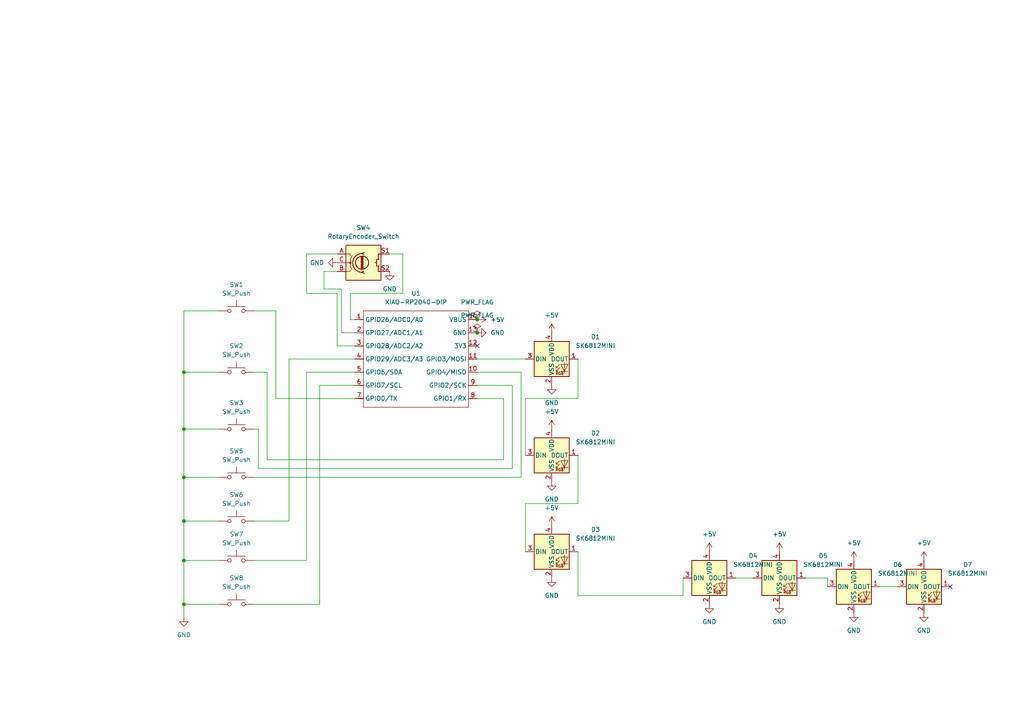
<source format=kicad_sch>
(kicad_sch
	(version 20250114)
	(generator "eeschema")
	(generator_version "9.0")
	(uuid "39e10cbd-87b5-4792-a51b-6a636220b07a")
	(paper "A4")
	(lib_symbols
		(symbol "Device:RotaryEncoder_Switch"
			(pin_names
				(offset 0.254)
				(hide yes)
			)
			(exclude_from_sim no)
			(in_bom yes)
			(on_board yes)
			(property "Reference" "SW"
				(at 0 6.604 0)
				(effects
					(font
						(size 1.27 1.27)
					)
				)
			)
			(property "Value" "RotaryEncoder_Switch"
				(at 0 -6.604 0)
				(effects
					(font
						(size 1.27 1.27)
					)
				)
			)
			(property "Footprint" ""
				(at -3.81 4.064 0)
				(effects
					(font
						(size 1.27 1.27)
					)
					(hide yes)
				)
			)
			(property "Datasheet" "~"
				(at 0 6.604 0)
				(effects
					(font
						(size 1.27 1.27)
					)
					(hide yes)
				)
			)
			(property "Description" "Rotary encoder, dual channel, incremental quadrate outputs, with switch"
				(at 0 0 0)
				(effects
					(font
						(size 1.27 1.27)
					)
					(hide yes)
				)
			)
			(property "ki_keywords" "rotary switch encoder switch push button"
				(at 0 0 0)
				(effects
					(font
						(size 1.27 1.27)
					)
					(hide yes)
				)
			)
			(property "ki_fp_filters" "RotaryEncoder*Switch*"
				(at 0 0 0)
				(effects
					(font
						(size 1.27 1.27)
					)
					(hide yes)
				)
			)
			(symbol "RotaryEncoder_Switch_0_1"
				(rectangle
					(start -5.08 5.08)
					(end 5.08 -5.08)
					(stroke
						(width 0.254)
						(type default)
					)
					(fill
						(type background)
					)
				)
				(polyline
					(pts
						(xy -5.08 2.54) (xy -3.81 2.54) (xy -3.81 2.032)
					)
					(stroke
						(width 0)
						(type default)
					)
					(fill
						(type none)
					)
				)
				(polyline
					(pts
						(xy -5.08 0) (xy -3.81 0) (xy -3.81 -1.016) (xy -3.302 -2.032)
					)
					(stroke
						(width 0)
						(type default)
					)
					(fill
						(type none)
					)
				)
				(polyline
					(pts
						(xy -5.08 -2.54) (xy -3.81 -2.54) (xy -3.81 -2.032)
					)
					(stroke
						(width 0)
						(type default)
					)
					(fill
						(type none)
					)
				)
				(polyline
					(pts
						(xy -4.318 0) (xy -3.81 0) (xy -3.81 1.016) (xy -3.302 2.032)
					)
					(stroke
						(width 0)
						(type default)
					)
					(fill
						(type none)
					)
				)
				(circle
					(center -3.81 0)
					(radius 0.254)
					(stroke
						(width 0)
						(type default)
					)
					(fill
						(type outline)
					)
				)
				(polyline
					(pts
						(xy -0.635 -1.778) (xy -0.635 1.778)
					)
					(stroke
						(width 0.254)
						(type default)
					)
					(fill
						(type none)
					)
				)
				(circle
					(center -0.381 0)
					(radius 1.905)
					(stroke
						(width 0.254)
						(type default)
					)
					(fill
						(type none)
					)
				)
				(polyline
					(pts
						(xy -0.381 -1.778) (xy -0.381 1.778)
					)
					(stroke
						(width 0.254)
						(type default)
					)
					(fill
						(type none)
					)
				)
				(arc
					(start -0.381 -2.794)
					(mid -3.0988 -0.0635)
					(end -0.381 2.667)
					(stroke
						(width 0.254)
						(type default)
					)
					(fill
						(type none)
					)
				)
				(polyline
					(pts
						(xy -0.127 1.778) (xy -0.127 -1.778)
					)
					(stroke
						(width 0.254)
						(type default)
					)
					(fill
						(type none)
					)
				)
				(polyline
					(pts
						(xy 0.254 2.921) (xy -0.508 2.667) (xy 0.127 2.286)
					)
					(stroke
						(width 0.254)
						(type default)
					)
					(fill
						(type none)
					)
				)
				(polyline
					(pts
						(xy 0.254 -3.048) (xy -0.508 -2.794) (xy 0.127 -2.413)
					)
					(stroke
						(width 0.254)
						(type default)
					)
					(fill
						(type none)
					)
				)
				(polyline
					(pts
						(xy 3.81 1.016) (xy 3.81 -1.016)
					)
					(stroke
						(width 0.254)
						(type default)
					)
					(fill
						(type none)
					)
				)
				(polyline
					(pts
						(xy 3.81 0) (xy 3.429 0)
					)
					(stroke
						(width 0.254)
						(type default)
					)
					(fill
						(type none)
					)
				)
				(circle
					(center 4.318 1.016)
					(radius 0.127)
					(stroke
						(width 0.254)
						(type default)
					)
					(fill
						(type none)
					)
				)
				(circle
					(center 4.318 -1.016)
					(radius 0.127)
					(stroke
						(width 0.254)
						(type default)
					)
					(fill
						(type none)
					)
				)
				(polyline
					(pts
						(xy 5.08 2.54) (xy 4.318 2.54) (xy 4.318 1.016)
					)
					(stroke
						(width 0.254)
						(type default)
					)
					(fill
						(type none)
					)
				)
				(polyline
					(pts
						(xy 5.08 -2.54) (xy 4.318 -2.54) (xy 4.318 -1.016)
					)
					(stroke
						(width 0.254)
						(type default)
					)
					(fill
						(type none)
					)
				)
			)
			(symbol "RotaryEncoder_Switch_1_1"
				(pin passive line
					(at -7.62 2.54 0)
					(length 2.54)
					(name "A"
						(effects
							(font
								(size 1.27 1.27)
							)
						)
					)
					(number "A"
						(effects
							(font
								(size 1.27 1.27)
							)
						)
					)
				)
				(pin passive line
					(at -7.62 0 0)
					(length 2.54)
					(name "C"
						(effects
							(font
								(size 1.27 1.27)
							)
						)
					)
					(number "C"
						(effects
							(font
								(size 1.27 1.27)
							)
						)
					)
				)
				(pin passive line
					(at -7.62 -2.54 0)
					(length 2.54)
					(name "B"
						(effects
							(font
								(size 1.27 1.27)
							)
						)
					)
					(number "B"
						(effects
							(font
								(size 1.27 1.27)
							)
						)
					)
				)
				(pin passive line
					(at 7.62 2.54 180)
					(length 2.54)
					(name "S1"
						(effects
							(font
								(size 1.27 1.27)
							)
						)
					)
					(number "S1"
						(effects
							(font
								(size 1.27 1.27)
							)
						)
					)
				)
				(pin passive line
					(at 7.62 -2.54 180)
					(length 2.54)
					(name "S2"
						(effects
							(font
								(size 1.27 1.27)
							)
						)
					)
					(number "S2"
						(effects
							(font
								(size 1.27 1.27)
							)
						)
					)
				)
			)
			(embedded_fonts no)
		)
		(symbol "LED:SK6812MINI"
			(pin_names
				(offset 0.254)
			)
			(exclude_from_sim no)
			(in_bom yes)
			(on_board yes)
			(property "Reference" "D"
				(at 5.08 5.715 0)
				(effects
					(font
						(size 1.27 1.27)
					)
					(justify right bottom)
				)
			)
			(property "Value" "SK6812MINI"
				(at 1.27 -5.715 0)
				(effects
					(font
						(size 1.27 1.27)
					)
					(justify left top)
				)
			)
			(property "Footprint" "LED_SMD:LED_SK6812MINI_PLCC4_3.5x3.5mm_P1.75mm"
				(at 1.27 -7.62 0)
				(effects
					(font
						(size 1.27 1.27)
					)
					(justify left top)
					(hide yes)
				)
			)
			(property "Datasheet" "https://cdn-shop.adafruit.com/product-files/2686/SK6812MINI_REV.01-1-2.pdf"
				(at 2.54 -9.525 0)
				(effects
					(font
						(size 1.27 1.27)
					)
					(justify left top)
					(hide yes)
				)
			)
			(property "Description" "RGB LED with integrated controller"
				(at 0 0 0)
				(effects
					(font
						(size 1.27 1.27)
					)
					(hide yes)
				)
			)
			(property "ki_keywords" "RGB LED NeoPixel Mini addressable"
				(at 0 0 0)
				(effects
					(font
						(size 1.27 1.27)
					)
					(hide yes)
				)
			)
			(property "ki_fp_filters" "LED*SK6812MINI*PLCC*3.5x3.5mm*P1.75mm*"
				(at 0 0 0)
				(effects
					(font
						(size 1.27 1.27)
					)
					(hide yes)
				)
			)
			(symbol "SK6812MINI_0_0"
				(text "RGB"
					(at 2.286 -4.191 0)
					(effects
						(font
							(size 0.762 0.762)
						)
					)
				)
			)
			(symbol "SK6812MINI_0_1"
				(polyline
					(pts
						(xy 1.27 -2.54) (xy 1.778 -2.54)
					)
					(stroke
						(width 0)
						(type default)
					)
					(fill
						(type none)
					)
				)
				(polyline
					(pts
						(xy 1.27 -3.556) (xy 1.778 -3.556)
					)
					(stroke
						(width 0)
						(type default)
					)
					(fill
						(type none)
					)
				)
				(polyline
					(pts
						(xy 2.286 -1.524) (xy 1.27 -2.54) (xy 1.27 -2.032)
					)
					(stroke
						(width 0)
						(type default)
					)
					(fill
						(type none)
					)
				)
				(polyline
					(pts
						(xy 2.286 -2.54) (xy 1.27 -3.556) (xy 1.27 -3.048)
					)
					(stroke
						(width 0)
						(type default)
					)
					(fill
						(type none)
					)
				)
				(polyline
					(pts
						(xy 3.683 -1.016) (xy 3.683 -3.556) (xy 3.683 -4.064)
					)
					(stroke
						(width 0)
						(type default)
					)
					(fill
						(type none)
					)
				)
				(polyline
					(pts
						(xy 4.699 -1.524) (xy 2.667 -1.524) (xy 3.683 -3.556) (xy 4.699 -1.524)
					)
					(stroke
						(width 0)
						(type default)
					)
					(fill
						(type none)
					)
				)
				(polyline
					(pts
						(xy 4.699 -3.556) (xy 2.667 -3.556)
					)
					(stroke
						(width 0)
						(type default)
					)
					(fill
						(type none)
					)
				)
				(rectangle
					(start 5.08 5.08)
					(end -5.08 -5.08)
					(stroke
						(width 0.254)
						(type default)
					)
					(fill
						(type background)
					)
				)
			)
			(symbol "SK6812MINI_1_1"
				(pin input line
					(at -7.62 0 0)
					(length 2.54)
					(name "DIN"
						(effects
							(font
								(size 1.27 1.27)
							)
						)
					)
					(number "3"
						(effects
							(font
								(size 1.27 1.27)
							)
						)
					)
				)
				(pin power_in line
					(at 0 7.62 270)
					(length 2.54)
					(name "VDD"
						(effects
							(font
								(size 1.27 1.27)
							)
						)
					)
					(number "4"
						(effects
							(font
								(size 1.27 1.27)
							)
						)
					)
				)
				(pin power_in line
					(at 0 -7.62 90)
					(length 2.54)
					(name "VSS"
						(effects
							(font
								(size 1.27 1.27)
							)
						)
					)
					(number "2"
						(effects
							(font
								(size 1.27 1.27)
							)
						)
					)
				)
				(pin output line
					(at 7.62 0 180)
					(length 2.54)
					(name "DOUT"
						(effects
							(font
								(size 1.27 1.27)
							)
						)
					)
					(number "1"
						(effects
							(font
								(size 1.27 1.27)
							)
						)
					)
				)
			)
			(embedded_fonts no)
		)
		(symbol "Seeed_Studio_XIAO_Series:XIAO-RP2040-DIP"
			(exclude_from_sim no)
			(in_bom yes)
			(on_board yes)
			(property "Reference" "U"
				(at 0 0 0)
				(effects
					(font
						(size 1.27 1.27)
					)
				)
			)
			(property "Value" "XIAO-RP2040-DIP"
				(at 5.334 -1.778 0)
				(effects
					(font
						(size 1.27 1.27)
					)
				)
			)
			(property "Footprint" "Module:MOUDLE14P-XIAO-DIP-SMD"
				(at 14.478 -32.258 0)
				(effects
					(font
						(size 1.27 1.27)
					)
					(hide yes)
				)
			)
			(property "Datasheet" ""
				(at 0 0 0)
				(effects
					(font
						(size 1.27 1.27)
					)
					(hide yes)
				)
			)
			(property "Description" ""
				(at 0 0 0)
				(effects
					(font
						(size 1.27 1.27)
					)
					(hide yes)
				)
			)
			(symbol "XIAO-RP2040-DIP_1_0"
				(polyline
					(pts
						(xy -1.27 -2.54) (xy 29.21 -2.54)
					)
					(stroke
						(width 0.1524)
						(type solid)
					)
					(fill
						(type none)
					)
				)
				(polyline
					(pts
						(xy -1.27 -5.08) (xy -2.54 -5.08)
					)
					(stroke
						(width 0.1524)
						(type solid)
					)
					(fill
						(type none)
					)
				)
				(polyline
					(pts
						(xy -1.27 -5.08) (xy -1.27 -2.54)
					)
					(stroke
						(width 0.1524)
						(type solid)
					)
					(fill
						(type none)
					)
				)
				(polyline
					(pts
						(xy -1.27 -8.89) (xy -2.54 -8.89)
					)
					(stroke
						(width 0.1524)
						(type solid)
					)
					(fill
						(type none)
					)
				)
				(polyline
					(pts
						(xy -1.27 -8.89) (xy -1.27 -5.08)
					)
					(stroke
						(width 0.1524)
						(type solid)
					)
					(fill
						(type none)
					)
				)
				(polyline
					(pts
						(xy -1.27 -12.7) (xy -2.54 -12.7)
					)
					(stroke
						(width 0.1524)
						(type solid)
					)
					(fill
						(type none)
					)
				)
				(polyline
					(pts
						(xy -1.27 -12.7) (xy -1.27 -8.89)
					)
					(stroke
						(width 0.1524)
						(type solid)
					)
					(fill
						(type none)
					)
				)
				(polyline
					(pts
						(xy -1.27 -16.51) (xy -2.54 -16.51)
					)
					(stroke
						(width 0.1524)
						(type solid)
					)
					(fill
						(type none)
					)
				)
				(polyline
					(pts
						(xy -1.27 -16.51) (xy -1.27 -12.7)
					)
					(stroke
						(width 0.1524)
						(type solid)
					)
					(fill
						(type none)
					)
				)
				(polyline
					(pts
						(xy -1.27 -20.32) (xy -2.54 -20.32)
					)
					(stroke
						(width 0.1524)
						(type solid)
					)
					(fill
						(type none)
					)
				)
				(polyline
					(pts
						(xy -1.27 -24.13) (xy -2.54 -24.13)
					)
					(stroke
						(width 0.1524)
						(type solid)
					)
					(fill
						(type none)
					)
				)
				(polyline
					(pts
						(xy -1.27 -27.94) (xy -2.54 -27.94)
					)
					(stroke
						(width 0.1524)
						(type solid)
					)
					(fill
						(type none)
					)
				)
				(polyline
					(pts
						(xy -1.27 -30.48) (xy -1.27 -16.51)
					)
					(stroke
						(width 0.1524)
						(type solid)
					)
					(fill
						(type none)
					)
				)
				(polyline
					(pts
						(xy 29.21 -2.54) (xy 29.21 -5.08)
					)
					(stroke
						(width 0.1524)
						(type solid)
					)
					(fill
						(type none)
					)
				)
				(polyline
					(pts
						(xy 29.21 -5.08) (xy 29.21 -8.89)
					)
					(stroke
						(width 0.1524)
						(type solid)
					)
					(fill
						(type none)
					)
				)
				(polyline
					(pts
						(xy 29.21 -8.89) (xy 29.21 -12.7)
					)
					(stroke
						(width 0.1524)
						(type solid)
					)
					(fill
						(type none)
					)
				)
				(polyline
					(pts
						(xy 29.21 -12.7) (xy 29.21 -30.48)
					)
					(stroke
						(width 0.1524)
						(type solid)
					)
					(fill
						(type none)
					)
				)
				(polyline
					(pts
						(xy 29.21 -30.48) (xy -1.27 -30.48)
					)
					(stroke
						(width 0.1524)
						(type solid)
					)
					(fill
						(type none)
					)
				)
				(polyline
					(pts
						(xy 30.48 -5.08) (xy 29.21 -5.08)
					)
					(stroke
						(width 0.1524)
						(type solid)
					)
					(fill
						(type none)
					)
				)
				(polyline
					(pts
						(xy 30.48 -8.89) (xy 29.21 -8.89)
					)
					(stroke
						(width 0.1524)
						(type solid)
					)
					(fill
						(type none)
					)
				)
				(polyline
					(pts
						(xy 30.48 -12.7) (xy 29.21 -12.7)
					)
					(stroke
						(width 0.1524)
						(type solid)
					)
					(fill
						(type none)
					)
				)
				(polyline
					(pts
						(xy 30.48 -16.51) (xy 29.21 -16.51)
					)
					(stroke
						(width 0.1524)
						(type solid)
					)
					(fill
						(type none)
					)
				)
				(polyline
					(pts
						(xy 30.48 -20.32) (xy 29.21 -20.32)
					)
					(stroke
						(width 0.1524)
						(type solid)
					)
					(fill
						(type none)
					)
				)
				(polyline
					(pts
						(xy 30.48 -24.13) (xy 29.21 -24.13)
					)
					(stroke
						(width 0.1524)
						(type solid)
					)
					(fill
						(type none)
					)
				)
				(polyline
					(pts
						(xy 30.48 -27.94) (xy 29.21 -27.94)
					)
					(stroke
						(width 0.1524)
						(type solid)
					)
					(fill
						(type none)
					)
				)
				(pin passive line
					(at -3.81 -5.08 0)
					(length 2.54)
					(name "GPIO26/ADC0/A0"
						(effects
							(font
								(size 1.27 1.27)
							)
						)
					)
					(number "1"
						(effects
							(font
								(size 1.27 1.27)
							)
						)
					)
				)
				(pin passive line
					(at -3.81 -8.89 0)
					(length 2.54)
					(name "GPIO27/ADC1/A1"
						(effects
							(font
								(size 1.27 1.27)
							)
						)
					)
					(number "2"
						(effects
							(font
								(size 1.27 1.27)
							)
						)
					)
				)
				(pin passive line
					(at -3.81 -12.7 0)
					(length 2.54)
					(name "GPIO28/ADC2/A2"
						(effects
							(font
								(size 1.27 1.27)
							)
						)
					)
					(number "3"
						(effects
							(font
								(size 1.27 1.27)
							)
						)
					)
				)
				(pin passive line
					(at -3.81 -16.51 0)
					(length 2.54)
					(name "GPIO29/ADC3/A3"
						(effects
							(font
								(size 1.27 1.27)
							)
						)
					)
					(number "4"
						(effects
							(font
								(size 1.27 1.27)
							)
						)
					)
				)
				(pin passive line
					(at -3.81 -20.32 0)
					(length 2.54)
					(name "GPIO6/SDA"
						(effects
							(font
								(size 1.27 1.27)
							)
						)
					)
					(number "5"
						(effects
							(font
								(size 1.27 1.27)
							)
						)
					)
				)
				(pin passive line
					(at -3.81 -24.13 0)
					(length 2.54)
					(name "GPIO7/SCL"
						(effects
							(font
								(size 1.27 1.27)
							)
						)
					)
					(number "6"
						(effects
							(font
								(size 1.27 1.27)
							)
						)
					)
				)
				(pin passive line
					(at -3.81 -27.94 0)
					(length 2.54)
					(name "GPIO0/TX"
						(effects
							(font
								(size 1.27 1.27)
							)
						)
					)
					(number "7"
						(effects
							(font
								(size 1.27 1.27)
							)
						)
					)
				)
				(pin passive line
					(at 31.75 -5.08 180)
					(length 2.54)
					(name "VBUS"
						(effects
							(font
								(size 1.27 1.27)
							)
						)
					)
					(number "14"
						(effects
							(font
								(size 1.27 1.27)
							)
						)
					)
				)
				(pin passive line
					(at 31.75 -8.89 180)
					(length 2.54)
					(name "GND"
						(effects
							(font
								(size 1.27 1.27)
							)
						)
					)
					(number "13"
						(effects
							(font
								(size 1.27 1.27)
							)
						)
					)
				)
				(pin passive line
					(at 31.75 -12.7 180)
					(length 2.54)
					(name "3V3"
						(effects
							(font
								(size 1.27 1.27)
							)
						)
					)
					(number "12"
						(effects
							(font
								(size 1.27 1.27)
							)
						)
					)
				)
				(pin passive line
					(at 31.75 -16.51 180)
					(length 2.54)
					(name "GPIO3/MOSI"
						(effects
							(font
								(size 1.27 1.27)
							)
						)
					)
					(number "11"
						(effects
							(font
								(size 1.27 1.27)
							)
						)
					)
				)
				(pin passive line
					(at 31.75 -20.32 180)
					(length 2.54)
					(name "GPIO4/MISO"
						(effects
							(font
								(size 1.27 1.27)
							)
						)
					)
					(number "10"
						(effects
							(font
								(size 1.27 1.27)
							)
						)
					)
				)
				(pin passive line
					(at 31.75 -24.13 180)
					(length 2.54)
					(name "GPIO2/SCK"
						(effects
							(font
								(size 1.27 1.27)
							)
						)
					)
					(number "9"
						(effects
							(font
								(size 1.27 1.27)
							)
						)
					)
				)
				(pin passive line
					(at 31.75 -27.94 180)
					(length 2.54)
					(name "GPIO1/RX"
						(effects
							(font
								(size 1.27 1.27)
							)
						)
					)
					(number "8"
						(effects
							(font
								(size 1.27 1.27)
							)
						)
					)
				)
			)
			(embedded_fonts no)
		)
		(symbol "Switch:SW_Push"
			(pin_numbers
				(hide yes)
			)
			(pin_names
				(offset 1.016)
				(hide yes)
			)
			(exclude_from_sim no)
			(in_bom yes)
			(on_board yes)
			(property "Reference" "SW"
				(at 1.27 2.54 0)
				(effects
					(font
						(size 1.27 1.27)
					)
					(justify left)
				)
			)
			(property "Value" "SW_Push"
				(at 0 -1.524 0)
				(effects
					(font
						(size 1.27 1.27)
					)
				)
			)
			(property "Footprint" ""
				(at 0 5.08 0)
				(effects
					(font
						(size 1.27 1.27)
					)
					(hide yes)
				)
			)
			(property "Datasheet" "~"
				(at 0 5.08 0)
				(effects
					(font
						(size 1.27 1.27)
					)
					(hide yes)
				)
			)
			(property "Description" "Push button switch, generic, two pins"
				(at 0 0 0)
				(effects
					(font
						(size 1.27 1.27)
					)
					(hide yes)
				)
			)
			(property "ki_keywords" "switch normally-open pushbutton push-button"
				(at 0 0 0)
				(effects
					(font
						(size 1.27 1.27)
					)
					(hide yes)
				)
			)
			(symbol "SW_Push_0_1"
				(circle
					(center -2.032 0)
					(radius 0.508)
					(stroke
						(width 0)
						(type default)
					)
					(fill
						(type none)
					)
				)
				(polyline
					(pts
						(xy 0 1.27) (xy 0 3.048)
					)
					(stroke
						(width 0)
						(type default)
					)
					(fill
						(type none)
					)
				)
				(circle
					(center 2.032 0)
					(radius 0.508)
					(stroke
						(width 0)
						(type default)
					)
					(fill
						(type none)
					)
				)
				(polyline
					(pts
						(xy 2.54 1.27) (xy -2.54 1.27)
					)
					(stroke
						(width 0)
						(type default)
					)
					(fill
						(type none)
					)
				)
				(pin passive line
					(at -5.08 0 0)
					(length 2.54)
					(name "1"
						(effects
							(font
								(size 1.27 1.27)
							)
						)
					)
					(number "1"
						(effects
							(font
								(size 1.27 1.27)
							)
						)
					)
				)
				(pin passive line
					(at 5.08 0 180)
					(length 2.54)
					(name "2"
						(effects
							(font
								(size 1.27 1.27)
							)
						)
					)
					(number "2"
						(effects
							(font
								(size 1.27 1.27)
							)
						)
					)
				)
			)
			(embedded_fonts no)
		)
		(symbol "power:+5V"
			(power)
			(pin_numbers
				(hide yes)
			)
			(pin_names
				(offset 0)
				(hide yes)
			)
			(exclude_from_sim no)
			(in_bom yes)
			(on_board yes)
			(property "Reference" "#PWR"
				(at 0 -3.81 0)
				(effects
					(font
						(size 1.27 1.27)
					)
					(hide yes)
				)
			)
			(property "Value" "+5V"
				(at 0 3.556 0)
				(effects
					(font
						(size 1.27 1.27)
					)
				)
			)
			(property "Footprint" ""
				(at 0 0 0)
				(effects
					(font
						(size 1.27 1.27)
					)
					(hide yes)
				)
			)
			(property "Datasheet" ""
				(at 0 0 0)
				(effects
					(font
						(size 1.27 1.27)
					)
					(hide yes)
				)
			)
			(property "Description" "Power symbol creates a global label with name \"+5V\""
				(at 0 0 0)
				(effects
					(font
						(size 1.27 1.27)
					)
					(hide yes)
				)
			)
			(property "ki_keywords" "global power"
				(at 0 0 0)
				(effects
					(font
						(size 1.27 1.27)
					)
					(hide yes)
				)
			)
			(symbol "+5V_0_1"
				(polyline
					(pts
						(xy -0.762 1.27) (xy 0 2.54)
					)
					(stroke
						(width 0)
						(type default)
					)
					(fill
						(type none)
					)
				)
				(polyline
					(pts
						(xy 0 2.54) (xy 0.762 1.27)
					)
					(stroke
						(width 0)
						(type default)
					)
					(fill
						(type none)
					)
				)
				(polyline
					(pts
						(xy 0 0) (xy 0 2.54)
					)
					(stroke
						(width 0)
						(type default)
					)
					(fill
						(type none)
					)
				)
			)
			(symbol "+5V_1_1"
				(pin power_in line
					(at 0 0 90)
					(length 0)
					(name "~"
						(effects
							(font
								(size 1.27 1.27)
							)
						)
					)
					(number "1"
						(effects
							(font
								(size 1.27 1.27)
							)
						)
					)
				)
			)
			(embedded_fonts no)
		)
		(symbol "power:GND"
			(power)
			(pin_numbers
				(hide yes)
			)
			(pin_names
				(offset 0)
				(hide yes)
			)
			(exclude_from_sim no)
			(in_bom yes)
			(on_board yes)
			(property "Reference" "#PWR"
				(at 0 -6.35 0)
				(effects
					(font
						(size 1.27 1.27)
					)
					(hide yes)
				)
			)
			(property "Value" "GND"
				(at 0 -3.81 0)
				(effects
					(font
						(size 1.27 1.27)
					)
				)
			)
			(property "Footprint" ""
				(at 0 0 0)
				(effects
					(font
						(size 1.27 1.27)
					)
					(hide yes)
				)
			)
			(property "Datasheet" ""
				(at 0 0 0)
				(effects
					(font
						(size 1.27 1.27)
					)
					(hide yes)
				)
			)
			(property "Description" "Power symbol creates a global label with name \"GND\" , ground"
				(at 0 0 0)
				(effects
					(font
						(size 1.27 1.27)
					)
					(hide yes)
				)
			)
			(property "ki_keywords" "global power"
				(at 0 0 0)
				(effects
					(font
						(size 1.27 1.27)
					)
					(hide yes)
				)
			)
			(symbol "GND_0_1"
				(polyline
					(pts
						(xy 0 0) (xy 0 -1.27) (xy 1.27 -1.27) (xy 0 -2.54) (xy -1.27 -1.27) (xy 0 -1.27)
					)
					(stroke
						(width 0)
						(type default)
					)
					(fill
						(type none)
					)
				)
			)
			(symbol "GND_1_1"
				(pin power_in line
					(at 0 0 270)
					(length 0)
					(name "~"
						(effects
							(font
								(size 1.27 1.27)
							)
						)
					)
					(number "1"
						(effects
							(font
								(size 1.27 1.27)
							)
						)
					)
				)
			)
			(embedded_fonts no)
		)
		(symbol "power:PWR_FLAG"
			(power)
			(pin_numbers
				(hide yes)
			)
			(pin_names
				(offset 0)
				(hide yes)
			)
			(exclude_from_sim no)
			(in_bom yes)
			(on_board yes)
			(property "Reference" "#FLG"
				(at 0 1.905 0)
				(effects
					(font
						(size 1.27 1.27)
					)
					(hide yes)
				)
			)
			(property "Value" "PWR_FLAG"
				(at 0 3.81 0)
				(effects
					(font
						(size 1.27 1.27)
					)
				)
			)
			(property "Footprint" ""
				(at 0 0 0)
				(effects
					(font
						(size 1.27 1.27)
					)
					(hide yes)
				)
			)
			(property "Datasheet" "~"
				(at 0 0 0)
				(effects
					(font
						(size 1.27 1.27)
					)
					(hide yes)
				)
			)
			(property "Description" "Special symbol for telling ERC where power comes from"
				(at 0 0 0)
				(effects
					(font
						(size 1.27 1.27)
					)
					(hide yes)
				)
			)
			(property "ki_keywords" "flag power"
				(at 0 0 0)
				(effects
					(font
						(size 1.27 1.27)
					)
					(hide yes)
				)
			)
			(symbol "PWR_FLAG_0_0"
				(pin power_out line
					(at 0 0 90)
					(length 0)
					(name "~"
						(effects
							(font
								(size 1.27 1.27)
							)
						)
					)
					(number "1"
						(effects
							(font
								(size 1.27 1.27)
							)
						)
					)
				)
			)
			(symbol "PWR_FLAG_0_1"
				(polyline
					(pts
						(xy 0 0) (xy 0 1.27) (xy -1.016 1.905) (xy 0 2.54) (xy 1.016 1.905) (xy 0 1.27)
					)
					(stroke
						(width 0)
						(type default)
					)
					(fill
						(type none)
					)
				)
			)
			(embedded_fonts no)
		)
	)
	(junction
		(at 138.43 96.52)
		(diameter 0)
		(color 0 0 0 0)
		(uuid "210f5740-0f3e-4323-b76d-6158e1222287")
	)
	(junction
		(at 53.34 138.43)
		(diameter 0)
		(color 0 0 0 0)
		(uuid "2e0d29c5-5167-45e6-9587-b3d84539d2a8")
	)
	(junction
		(at 53.34 124.46)
		(diameter 0)
		(color 0 0 0 0)
		(uuid "84dab3f3-8f84-4dd1-ab8d-50315ed1797e")
	)
	(junction
		(at 138.43 92.71)
		(diameter 0)
		(color 0 0 0 0)
		(uuid "95b57173-718d-40e5-818c-e1c63b4c925b")
	)
	(junction
		(at 53.34 151.13)
		(diameter 0)
		(color 0 0 0 0)
		(uuid "bb5e5e47-df61-49d7-a25f-3bb0b3bc12b1")
	)
	(junction
		(at 53.34 162.56)
		(diameter 0)
		(color 0 0 0 0)
		(uuid "d818c25f-c5b2-45f7-ab84-eaa665b54758")
	)
	(junction
		(at 53.34 175.26)
		(diameter 0)
		(color 0 0 0 0)
		(uuid "f72f7bc3-ba10-409b-bd1c-5b8c98554c0b")
	)
	(junction
		(at 53.34 107.95)
		(diameter 0)
		(color 0 0 0 0)
		(uuid "fab3f6ae-3378-4883-89eb-25bd247d4af2")
	)
	(no_connect
		(at 138.43 100.33)
		(uuid "23692c56-f00a-4a36-bc65-69e140c4345e")
	)
	(no_connect
		(at 275.59 170.18)
		(uuid "c35dee7c-c251-4b3f-9813-3286dd19bd70")
	)
	(wire
		(pts
			(xy 102.87 104.14) (xy 83.82 104.14)
		)
		(stroke
			(width 0)
			(type default)
		)
		(uuid "04787b84-c3b1-4f66-a744-b9226aa8b29e")
	)
	(wire
		(pts
			(xy 99.06 83.82) (xy 99.06 96.52)
		)
		(stroke
			(width 0)
			(type default)
		)
		(uuid "06d4512f-f10f-4ccb-b5d0-f8ccd5b36356")
	)
	(wire
		(pts
			(xy 97.79 85.09) (xy 97.79 100.33)
		)
		(stroke
			(width 0)
			(type default)
		)
		(uuid "095de209-3263-4041-a16d-e87ce1097d32")
	)
	(wire
		(pts
			(xy 167.64 115.57) (xy 152.4 115.57)
		)
		(stroke
			(width 0)
			(type default)
		)
		(uuid "0af1892f-e2c2-4684-8959-80bf5664b792")
	)
	(wire
		(pts
			(xy 99.06 96.52) (xy 102.87 96.52)
		)
		(stroke
			(width 0)
			(type default)
		)
		(uuid "10c01770-4c55-459e-a3a7-a77baff70aed")
	)
	(wire
		(pts
			(xy 102.87 107.95) (xy 88.9 107.95)
		)
		(stroke
			(width 0)
			(type default)
		)
		(uuid "110c3201-fb4c-4180-bfcb-c15d98ad73d9")
	)
	(wire
		(pts
			(xy 93.98 83.82) (xy 99.06 83.82)
		)
		(stroke
			(width 0)
			(type default)
		)
		(uuid "15cdaec7-d0cc-4115-af40-bf52573a64f2")
	)
	(wire
		(pts
			(xy 151.13 138.43) (xy 73.66 138.43)
		)
		(stroke
			(width 0)
			(type default)
		)
		(uuid "1ad5e9a6-ad00-4f04-b558-59899fda5c7a")
	)
	(wire
		(pts
			(xy 97.79 78.74) (xy 93.98 78.74)
		)
		(stroke
			(width 0)
			(type default)
		)
		(uuid "1e8cfa93-335a-470d-8c20-4339a6a4ae91")
	)
	(wire
		(pts
			(xy 152.4 146.05) (xy 152.4 160.02)
		)
		(stroke
			(width 0)
			(type default)
		)
		(uuid "258f8f6b-a09d-405b-a5bb-7b8aae51a690")
	)
	(wire
		(pts
			(xy 63.5 162.56) (xy 53.34 162.56)
		)
		(stroke
			(width 0)
			(type default)
		)
		(uuid "25e89fab-716a-4575-996e-e5dab38935aa")
	)
	(wire
		(pts
			(xy 53.34 124.46) (xy 63.5 124.46)
		)
		(stroke
			(width 0)
			(type default)
		)
		(uuid "288fc41a-0b19-41e5-ad6e-fe7aa48ce908")
	)
	(wire
		(pts
			(xy 148.59 111.76) (xy 148.59 135.89)
		)
		(stroke
			(width 0)
			(type default)
		)
		(uuid "2d7bd220-ed3d-4a3f-93b9-89b706bcc65b")
	)
	(wire
		(pts
			(xy 213.36 167.64) (xy 218.44 167.64)
		)
		(stroke
			(width 0)
			(type default)
		)
		(uuid "2dbd058d-96f5-4a9f-b5e3-bb41ee255c46")
	)
	(wire
		(pts
			(xy 74.93 124.46) (xy 73.66 124.46)
		)
		(stroke
			(width 0)
			(type default)
		)
		(uuid "3d033a4a-f101-42cf-b3ad-81e6034e2b2c")
	)
	(wire
		(pts
			(xy 53.34 138.43) (xy 53.34 151.13)
		)
		(stroke
			(width 0)
			(type default)
		)
		(uuid "3e28dc98-09e6-4da7-b18d-840223de333b")
	)
	(wire
		(pts
			(xy 198.12 172.72) (xy 198.12 167.64)
		)
		(stroke
			(width 0)
			(type default)
		)
		(uuid "3e6dbeb7-fae1-45d8-b0a1-a3694592c57d")
	)
	(wire
		(pts
			(xy 167.64 132.08) (xy 167.64 146.05)
		)
		(stroke
			(width 0)
			(type default)
		)
		(uuid "42cf40ae-5fc4-44f7-87f1-d0b4b562c09c")
	)
	(wire
		(pts
			(xy 167.64 146.05) (xy 152.4 146.05)
		)
		(stroke
			(width 0)
			(type default)
		)
		(uuid "433a3335-66ae-4409-9c07-14b6af297883")
	)
	(wire
		(pts
			(xy 198.12 172.72) (xy 167.64 172.72)
		)
		(stroke
			(width 0)
			(type default)
		)
		(uuid "49296ea8-893b-4777-a7d1-cb839d15f475")
	)
	(wire
		(pts
			(xy 116.84 85.09) (xy 101.6 85.09)
		)
		(stroke
			(width 0)
			(type default)
		)
		(uuid "498a1ccb-66af-4234-95e1-6509ab3c251f")
	)
	(wire
		(pts
			(xy 53.34 124.46) (xy 53.34 138.43)
		)
		(stroke
			(width 0)
			(type default)
		)
		(uuid "4c765ed7-98b6-4951-8184-e445452c81e0")
	)
	(wire
		(pts
			(xy 88.9 73.66) (xy 88.9 85.09)
		)
		(stroke
			(width 0)
			(type default)
		)
		(uuid "4d89e922-c0e0-4b52-8ddb-44b93778a516")
	)
	(wire
		(pts
			(xy 148.59 135.89) (xy 74.93 135.89)
		)
		(stroke
			(width 0)
			(type default)
		)
		(uuid "4e291602-8afd-410b-a7af-05e1181fceb7")
	)
	(wire
		(pts
			(xy 97.79 100.33) (xy 102.87 100.33)
		)
		(stroke
			(width 0)
			(type default)
		)
		(uuid "52d27653-b522-4b0d-ac97-d2faa1b7dad6")
	)
	(wire
		(pts
			(xy 102.87 115.57) (xy 80.01 115.57)
		)
		(stroke
			(width 0)
			(type default)
		)
		(uuid "579eaa2f-1f6f-4326-8824-3a54c997b240")
	)
	(wire
		(pts
			(xy 240.03 167.64) (xy 240.03 170.18)
		)
		(stroke
			(width 0)
			(type default)
		)
		(uuid "594a794f-efdb-4818-8a8d-1e6b65e4fcaf")
	)
	(wire
		(pts
			(xy 167.64 104.14) (xy 167.64 115.57)
		)
		(stroke
			(width 0)
			(type default)
		)
		(uuid "5a667853-f279-4391-8f32-c32e6fbad449")
	)
	(wire
		(pts
			(xy 63.5 151.13) (xy 53.34 151.13)
		)
		(stroke
			(width 0)
			(type default)
		)
		(uuid "64ea32b3-dccc-4ede-a5ea-68f8aad14fbc")
	)
	(wire
		(pts
			(xy 101.6 85.09) (xy 101.6 92.71)
		)
		(stroke
			(width 0)
			(type default)
		)
		(uuid "65e9ac28-0903-4377-8f2b-45692af60848")
	)
	(wire
		(pts
			(xy 83.82 151.13) (xy 73.66 151.13)
		)
		(stroke
			(width 0)
			(type default)
		)
		(uuid "67bf8aaa-26c6-4b05-b972-33d30295894e")
	)
	(wire
		(pts
			(xy 53.34 179.07) (xy 53.34 175.26)
		)
		(stroke
			(width 0)
			(type default)
		)
		(uuid "6a0809ba-d206-4156-9ad6-71aafe222b79")
	)
	(wire
		(pts
			(xy 53.34 175.26) (xy 63.5 175.26)
		)
		(stroke
			(width 0)
			(type default)
		)
		(uuid "6e448484-8c0f-41e4-bc74-790092f69e01")
	)
	(wire
		(pts
			(xy 80.01 90.17) (xy 73.66 90.17)
		)
		(stroke
			(width 0)
			(type default)
		)
		(uuid "77bbfd89-9763-49d3-8809-09a36bf54834")
	)
	(wire
		(pts
			(xy 97.79 73.66) (xy 88.9 73.66)
		)
		(stroke
			(width 0)
			(type default)
		)
		(uuid "798c0e09-33f4-4f82-9a71-dd5859a71af2")
	)
	(wire
		(pts
			(xy 113.03 73.66) (xy 116.84 73.66)
		)
		(stroke
			(width 0)
			(type default)
		)
		(uuid "7db16d40-818a-412e-9252-70652e40e0f4")
	)
	(wire
		(pts
			(xy 92.71 111.76) (xy 92.71 175.26)
		)
		(stroke
			(width 0)
			(type default)
		)
		(uuid "868b2b06-739b-4aa2-b5af-6cb3771cd2bd")
	)
	(wire
		(pts
			(xy 255.27 170.18) (xy 260.35 170.18)
		)
		(stroke
			(width 0)
			(type default)
		)
		(uuid "87016637-5d99-4784-9a1b-5bca4c690641")
	)
	(wire
		(pts
			(xy 74.93 135.89) (xy 74.93 124.46)
		)
		(stroke
			(width 0)
			(type default)
		)
		(uuid "87893b08-5c3a-4714-b667-6875e0b26637")
	)
	(wire
		(pts
			(xy 102.87 111.76) (xy 92.71 111.76)
		)
		(stroke
			(width 0)
			(type default)
		)
		(uuid "8a18766d-5d67-47cf-89a7-1d35ecce1df6")
	)
	(wire
		(pts
			(xy 101.6 92.71) (xy 102.87 92.71)
		)
		(stroke
			(width 0)
			(type default)
		)
		(uuid "8f4f3909-6794-4e71-ba7c-87a9ebc37139")
	)
	(wire
		(pts
			(xy 92.71 175.26) (xy 73.66 175.26)
		)
		(stroke
			(width 0)
			(type default)
		)
		(uuid "91d682d5-3791-4c57-ba70-8fef56cfc953")
	)
	(wire
		(pts
			(xy 152.4 115.57) (xy 152.4 132.08)
		)
		(stroke
			(width 0)
			(type default)
		)
		(uuid "9887e559-337f-43bf-b4ec-edd22d0a67f0")
	)
	(wire
		(pts
			(xy 53.34 138.43) (xy 63.5 138.43)
		)
		(stroke
			(width 0)
			(type default)
		)
		(uuid "9c40abc8-a7bb-4a26-9d08-884d32b3e2c8")
	)
	(wire
		(pts
			(xy 116.84 73.66) (xy 116.84 85.09)
		)
		(stroke
			(width 0)
			(type default)
		)
		(uuid "9f50a6c6-b842-4e54-ae8a-c03df11528cd")
	)
	(wire
		(pts
			(xy 73.66 107.95) (xy 77.47 107.95)
		)
		(stroke
			(width 0)
			(type default)
		)
		(uuid "9fd513f0-b3c2-48dc-b48a-a0c804152a68")
	)
	(wire
		(pts
			(xy 151.13 107.95) (xy 151.13 138.43)
		)
		(stroke
			(width 0)
			(type default)
		)
		(uuid "a146745c-3108-4777-b35b-717e0306675e")
	)
	(wire
		(pts
			(xy 138.43 104.14) (xy 152.4 104.14)
		)
		(stroke
			(width 0)
			(type default)
		)
		(uuid "b9fd9975-61e4-4e77-9aea-9724e768d414")
	)
	(wire
		(pts
			(xy 77.47 133.35) (xy 77.47 107.95)
		)
		(stroke
			(width 0)
			(type default)
		)
		(uuid "be44b0c3-1542-401f-ab5a-b7fcdb6c26c5")
	)
	(wire
		(pts
			(xy 53.34 90.17) (xy 53.34 107.95)
		)
		(stroke
			(width 0)
			(type default)
		)
		(uuid "becf7e39-2ccd-46b4-89a0-b1411fc2a938")
	)
	(wire
		(pts
			(xy 53.34 107.95) (xy 53.34 124.46)
		)
		(stroke
			(width 0)
			(type default)
		)
		(uuid "c027ee1f-f5a6-460a-b38e-1a6b9c1ee07f")
	)
	(wire
		(pts
			(xy 63.5 90.17) (xy 53.34 90.17)
		)
		(stroke
			(width 0)
			(type default)
		)
		(uuid "c1010866-9785-47a0-b1f4-9ee2ef13d422")
	)
	(wire
		(pts
			(xy 167.64 160.02) (xy 167.64 172.72)
		)
		(stroke
			(width 0)
			(type default)
		)
		(uuid "ca2449bf-0b98-409c-bced-7fec3538beb4")
	)
	(wire
		(pts
			(xy 53.34 151.13) (xy 53.34 162.56)
		)
		(stroke
			(width 0)
			(type default)
		)
		(uuid "cd26ab47-686d-4166-97ac-bcc8fc9bbd0f")
	)
	(wire
		(pts
			(xy 53.34 162.56) (xy 53.34 175.26)
		)
		(stroke
			(width 0)
			(type default)
		)
		(uuid "d5702053-3979-42ee-83f1-b68df35a8c8e")
	)
	(wire
		(pts
			(xy 146.05 133.35) (xy 77.47 133.35)
		)
		(stroke
			(width 0)
			(type default)
		)
		(uuid "de382546-642d-4d2e-a036-673d85ede174")
	)
	(wire
		(pts
			(xy 53.34 107.95) (xy 63.5 107.95)
		)
		(stroke
			(width 0)
			(type default)
		)
		(uuid "de5e56df-0bc7-4b4a-8f73-3834c85f09f7")
	)
	(wire
		(pts
			(xy 138.43 107.95) (xy 151.13 107.95)
		)
		(stroke
			(width 0)
			(type default)
		)
		(uuid "e0476ebe-d2be-441c-828b-0f30b9e60379")
	)
	(wire
		(pts
			(xy 138.43 111.76) (xy 148.59 111.76)
		)
		(stroke
			(width 0)
			(type default)
		)
		(uuid "e0aa44ae-2a32-47ec-bdc3-4513be86d629")
	)
	(wire
		(pts
			(xy 138.43 115.57) (xy 146.05 115.57)
		)
		(stroke
			(width 0)
			(type default)
		)
		(uuid "e52511e0-1178-4fad-a045-0b5568fb2c1a")
	)
	(wire
		(pts
			(xy 83.82 104.14) (xy 83.82 151.13)
		)
		(stroke
			(width 0)
			(type default)
		)
		(uuid "eac93327-bd65-400b-84f9-765a0c08dc91")
	)
	(wire
		(pts
			(xy 80.01 115.57) (xy 80.01 90.17)
		)
		(stroke
			(width 0)
			(type default)
		)
		(uuid "eb89f50a-6e82-49b7-b103-3b81adc28100")
	)
	(wire
		(pts
			(xy 233.68 167.64) (xy 240.03 167.64)
		)
		(stroke
			(width 0)
			(type default)
		)
		(uuid "ee5997fd-49ab-4a7f-b2ec-9494671855ab")
	)
	(wire
		(pts
			(xy 88.9 107.95) (xy 88.9 162.56)
		)
		(stroke
			(width 0)
			(type default)
		)
		(uuid "f396823a-15dc-4a79-8fb3-42862f0b718c")
	)
	(wire
		(pts
			(xy 88.9 162.56) (xy 73.66 162.56)
		)
		(stroke
			(width 0)
			(type default)
		)
		(uuid "f3ba0ce0-b684-4d7f-a69e-719933d58c64")
	)
	(wire
		(pts
			(xy 146.05 115.57) (xy 146.05 133.35)
		)
		(stroke
			(width 0)
			(type default)
		)
		(uuid "fbc3b122-cdfc-43b1-8b90-3df57605711c")
	)
	(wire
		(pts
			(xy 93.98 78.74) (xy 93.98 83.82)
		)
		(stroke
			(width 0)
			(type default)
		)
		(uuid "fe4a5f8d-ad72-41fe-a86c-fe4efe57336c")
	)
	(wire
		(pts
			(xy 88.9 85.09) (xy 97.79 85.09)
		)
		(stroke
			(width 0)
			(type default)
		)
		(uuid "ff96079e-a207-4b4b-a160-607681cd55f9")
	)
	(symbol
		(lib_id "power:PWR_FLAG")
		(at 138.43 92.71 0)
		(unit 1)
		(exclude_from_sim no)
		(in_bom yes)
		(on_board yes)
		(dnp no)
		(fields_autoplaced yes)
		(uuid "04e6df5d-47de-447f-bc0e-9af577cd240b")
		(property "Reference" "#FLG01"
			(at 138.43 90.805 0)
			(effects
				(font
					(size 1.27 1.27)
				)
				(hide yes)
			)
		)
		(property "Value" "PWR_FLAG"
			(at 138.43 87.63 0)
			(effects
				(font
					(size 1.27 1.27)
				)
			)
		)
		(property "Footprint" ""
			(at 138.43 92.71 0)
			(effects
				(font
					(size 1.27 1.27)
				)
				(hide yes)
			)
		)
		(property "Datasheet" "~"
			(at 138.43 92.71 0)
			(effects
				(font
					(size 1.27 1.27)
				)
				(hide yes)
			)
		)
		(property "Description" "Special symbol for telling ERC where power comes from"
			(at 138.43 92.71 0)
			(effects
				(font
					(size 1.27 1.27)
				)
				(hide yes)
			)
		)
		(pin "1"
			(uuid "21618b1b-d5b1-4b26-8fd2-6558c284b910")
		)
		(instances
			(project ""
				(path "/39e10cbd-87b5-4792-a51b-6a636220b07a"
					(reference "#FLG01")
					(unit 1)
				)
			)
		)
	)
	(symbol
		(lib_id "Switch:SW_Push")
		(at 68.58 138.43 0)
		(unit 1)
		(exclude_from_sim no)
		(in_bom yes)
		(on_board yes)
		(dnp no)
		(fields_autoplaced yes)
		(uuid "062d59f2-ab5c-4d65-9bbe-812c5a91da1d")
		(property "Reference" "SW5"
			(at 68.58 130.81 0)
			(effects
				(font
					(size 1.27 1.27)
				)
			)
		)
		(property "Value" "SW_Push"
			(at 68.58 133.35 0)
			(effects
				(font
					(size 1.27 1.27)
				)
			)
		)
		(property "Footprint" "Button_Switch_Keyboard:SW_Cherry_MX_1.00u_PCB"
			(at 68.58 133.35 0)
			(effects
				(font
					(size 1.27 1.27)
				)
				(hide yes)
			)
		)
		(property "Datasheet" "~"
			(at 68.58 133.35 0)
			(effects
				(font
					(size 1.27 1.27)
				)
				(hide yes)
			)
		)
		(property "Description" "Push button switch, generic, two pins"
			(at 68.58 138.43 0)
			(effects
				(font
					(size 1.27 1.27)
				)
				(hide yes)
			)
		)
		(pin "2"
			(uuid "16e25a33-5927-4aff-84e6-590204370d4a")
		)
		(pin "1"
			(uuid "fb8e5cf5-42f6-46c8-aeed-1d6c955d43a8")
		)
		(instances
			(project "hackpad"
				(path "/39e10cbd-87b5-4792-a51b-6a636220b07a"
					(reference "SW5")
					(unit 1)
				)
			)
		)
	)
	(symbol
		(lib_id "power:PWR_FLAG")
		(at 138.43 96.52 0)
		(unit 1)
		(exclude_from_sim no)
		(in_bom yes)
		(on_board yes)
		(dnp no)
		(fields_autoplaced yes)
		(uuid "09d44b1d-2ce3-4062-8fe0-4d36315ee860")
		(property "Reference" "#FLG02"
			(at 138.43 94.615 0)
			(effects
				(font
					(size 1.27 1.27)
				)
				(hide yes)
			)
		)
		(property "Value" "PWR_FLAG"
			(at 138.43 91.44 0)
			(effects
				(font
					(size 1.27 1.27)
				)
			)
		)
		(property "Footprint" ""
			(at 138.43 96.52 0)
			(effects
				(font
					(size 1.27 1.27)
				)
				(hide yes)
			)
		)
		(property "Datasheet" "~"
			(at 138.43 96.52 0)
			(effects
				(font
					(size 1.27 1.27)
				)
				(hide yes)
			)
		)
		(property "Description" "Special symbol for telling ERC where power comes from"
			(at 138.43 96.52 0)
			(effects
				(font
					(size 1.27 1.27)
				)
				(hide yes)
			)
		)
		(pin "1"
			(uuid "53ac9ae6-4264-4e5d-beab-40aaa61704ed")
		)
		(instances
			(project ""
				(path "/39e10cbd-87b5-4792-a51b-6a636220b07a"
					(reference "#FLG02")
					(unit 1)
				)
			)
		)
	)
	(symbol
		(lib_id "power:GND")
		(at 53.34 179.07 0)
		(unit 1)
		(exclude_from_sim no)
		(in_bom yes)
		(on_board yes)
		(dnp no)
		(fields_autoplaced yes)
		(uuid "0b6358f7-23b4-46f6-b236-1551e45c55f5")
		(property "Reference" "#PWR01"
			(at 53.34 185.42 0)
			(effects
				(font
					(size 1.27 1.27)
				)
				(hide yes)
			)
		)
		(property "Value" "GND"
			(at 53.34 184.15 0)
			(effects
				(font
					(size 1.27 1.27)
				)
			)
		)
		(property "Footprint" ""
			(at 53.34 179.07 0)
			(effects
				(font
					(size 1.27 1.27)
				)
				(hide yes)
			)
		)
		(property "Datasheet" ""
			(at 53.34 179.07 0)
			(effects
				(font
					(size 1.27 1.27)
				)
				(hide yes)
			)
		)
		(property "Description" "Power symbol creates a global label with name \"GND\" , ground"
			(at 53.34 179.07 0)
			(effects
				(font
					(size 1.27 1.27)
				)
				(hide yes)
			)
		)
		(pin "1"
			(uuid "e9a976ec-3cc8-4f76-bba9-97b378cbc7ad")
		)
		(instances
			(project ""
				(path "/39e10cbd-87b5-4792-a51b-6a636220b07a"
					(reference "#PWR01")
					(unit 1)
				)
			)
		)
	)
	(symbol
		(lib_id "power:GND")
		(at 97.79 76.2 270)
		(unit 1)
		(exclude_from_sim no)
		(in_bom yes)
		(on_board yes)
		(dnp no)
		(fields_autoplaced yes)
		(uuid "18c129b3-b047-43db-b4c9-4f7150a4e8ef")
		(property "Reference" "#PWR08"
			(at 91.44 76.2 0)
			(effects
				(font
					(size 1.27 1.27)
				)
				(hide yes)
			)
		)
		(property "Value" "GND"
			(at 93.98 76.1999 90)
			(effects
				(font
					(size 1.27 1.27)
				)
				(justify right)
			)
		)
		(property "Footprint" ""
			(at 97.79 76.2 0)
			(effects
				(font
					(size 1.27 1.27)
				)
				(hide yes)
			)
		)
		(property "Datasheet" ""
			(at 97.79 76.2 0)
			(effects
				(font
					(size 1.27 1.27)
				)
				(hide yes)
			)
		)
		(property "Description" "Power symbol creates a global label with name \"GND\" , ground"
			(at 97.79 76.2 0)
			(effects
				(font
					(size 1.27 1.27)
				)
				(hide yes)
			)
		)
		(pin "1"
			(uuid "91404daf-c52b-4f14-bc26-9848c2e3d2b5")
		)
		(instances
			(project ""
				(path "/39e10cbd-87b5-4792-a51b-6a636220b07a"
					(reference "#PWR08")
					(unit 1)
				)
			)
		)
	)
	(symbol
		(lib_id "LED:SK6812MINI")
		(at 205.74 167.64 0)
		(unit 1)
		(exclude_from_sim no)
		(in_bom yes)
		(on_board yes)
		(dnp no)
		(fields_autoplaced yes)
		(uuid "21ed14b3-4c03-450e-8c83-de1e0e0249f9")
		(property "Reference" "D4"
			(at 218.44 161.2198 0)
			(effects
				(font
					(size 1.27 1.27)
				)
			)
		)
		(property "Value" "SK6812MINI"
			(at 218.44 163.7598 0)
			(effects
				(font
					(size 1.27 1.27)
				)
			)
		)
		(property "Footprint" "LED_SMD:LED_SK6812MINI_PLCC4_3.5x3.5mm_P1.75mm"
			(at 207.01 175.26 0)
			(effects
				(font
					(size 1.27 1.27)
				)
				(justify left top)
				(hide yes)
			)
		)
		(property "Datasheet" "https://cdn-shop.adafruit.com/product-files/2686/SK6812MINI_REV.01-1-2.pdf"
			(at 208.28 177.165 0)
			(effects
				(font
					(size 1.27 1.27)
				)
				(justify left top)
				(hide yes)
			)
		)
		(property "Description" "RGB LED with integrated controller"
			(at 205.74 167.64 0)
			(effects
				(font
					(size 1.27 1.27)
				)
				(hide yes)
			)
		)
		(pin "4"
			(uuid "bcfd0966-5cb4-4fb3-ad83-06b13d2f9ea6")
		)
		(pin "3"
			(uuid "3f884f27-9291-4f3a-aedc-0e65d9e5f21d")
		)
		(pin "1"
			(uuid "f5e51e87-767a-4aed-8d21-a0a40bf29fee")
		)
		(pin "2"
			(uuid "1e6c8ee8-4f81-4e68-be92-29e9253824aa")
		)
		(instances
			(project "hackpad"
				(path "/39e10cbd-87b5-4792-a51b-6a636220b07a"
					(reference "D4")
					(unit 1)
				)
			)
		)
	)
	(symbol
		(lib_id "Switch:SW_Push")
		(at 68.58 124.46 0)
		(unit 1)
		(exclude_from_sim no)
		(in_bom yes)
		(on_board yes)
		(dnp no)
		(fields_autoplaced yes)
		(uuid "2719976e-3308-4b21-a378-8d780895d277")
		(property "Reference" "SW3"
			(at 68.58 116.84 0)
			(effects
				(font
					(size 1.27 1.27)
				)
			)
		)
		(property "Value" "SW_Push"
			(at 68.58 119.38 0)
			(effects
				(font
					(size 1.27 1.27)
				)
			)
		)
		(property "Footprint" "Button_Switch_Keyboard:SW_Cherry_MX_1.00u_PCB"
			(at 68.58 119.38 0)
			(effects
				(font
					(size 1.27 1.27)
				)
				(hide yes)
			)
		)
		(property "Datasheet" "~"
			(at 68.58 119.38 0)
			(effects
				(font
					(size 1.27 1.27)
				)
				(hide yes)
			)
		)
		(property "Description" "Push button switch, generic, two pins"
			(at 68.58 124.46 0)
			(effects
				(font
					(size 1.27 1.27)
				)
				(hide yes)
			)
		)
		(pin "2"
			(uuid "894eaf36-e0a5-42f8-b0df-70ce6bbe2950")
		)
		(pin "1"
			(uuid "d6163e4f-cf9d-411c-b601-c132d9cf85b9")
		)
		(instances
			(project "hackpad"
				(path "/39e10cbd-87b5-4792-a51b-6a636220b07a"
					(reference "SW3")
					(unit 1)
				)
			)
		)
	)
	(symbol
		(lib_id "power:+5V")
		(at 160.02 124.46 0)
		(unit 1)
		(exclude_from_sim no)
		(in_bom yes)
		(on_board yes)
		(dnp no)
		(fields_autoplaced yes)
		(uuid "29ec79af-862d-4f0a-b22b-e1d4213fdb5d")
		(property "Reference" "#PWR04"
			(at 160.02 128.27 0)
			(effects
				(font
					(size 1.27 1.27)
				)
				(hide yes)
			)
		)
		(property "Value" "+5V"
			(at 160.02 119.38 0)
			(effects
				(font
					(size 1.27 1.27)
				)
			)
		)
		(property "Footprint" ""
			(at 160.02 124.46 0)
			(effects
				(font
					(size 1.27 1.27)
				)
				(hide yes)
			)
		)
		(property "Datasheet" ""
			(at 160.02 124.46 0)
			(effects
				(font
					(size 1.27 1.27)
				)
				(hide yes)
			)
		)
		(property "Description" "Power symbol creates a global label with name \"+5V\""
			(at 160.02 124.46 0)
			(effects
				(font
					(size 1.27 1.27)
				)
				(hide yes)
			)
		)
		(pin "1"
			(uuid "16cf7c5b-f53d-4bea-9b07-6dc410a1f7c9")
		)
		(instances
			(project ""
				(path "/39e10cbd-87b5-4792-a51b-6a636220b07a"
					(reference "#PWR04")
					(unit 1)
				)
			)
		)
	)
	(symbol
		(lib_id "power:GND")
		(at 160.02 167.64 0)
		(unit 1)
		(exclude_from_sim no)
		(in_bom yes)
		(on_board yes)
		(dnp no)
		(fields_autoplaced yes)
		(uuid "2f5bb0b8-6395-4f4d-b4c1-560191e3aee0")
		(property "Reference" "#PWR011"
			(at 160.02 173.99 0)
			(effects
				(font
					(size 1.27 1.27)
				)
				(hide yes)
			)
		)
		(property "Value" "GND"
			(at 160.02 172.72 0)
			(effects
				(font
					(size 1.27 1.27)
				)
			)
		)
		(property "Footprint" ""
			(at 160.02 167.64 0)
			(effects
				(font
					(size 1.27 1.27)
				)
				(hide yes)
			)
		)
		(property "Datasheet" ""
			(at 160.02 167.64 0)
			(effects
				(font
					(size 1.27 1.27)
				)
				(hide yes)
			)
		)
		(property "Description" "Power symbol creates a global label with name \"GND\" , ground"
			(at 160.02 167.64 0)
			(effects
				(font
					(size 1.27 1.27)
				)
				(hide yes)
			)
		)
		(pin "1"
			(uuid "1d63c8de-aac7-41c3-9dc2-503546a10ebd")
		)
		(instances
			(project "hackpad"
				(path "/39e10cbd-87b5-4792-a51b-6a636220b07a"
					(reference "#PWR011")
					(unit 1)
				)
			)
		)
	)
	(symbol
		(lib_id "power:GND")
		(at 160.02 139.7 0)
		(unit 1)
		(exclude_from_sim no)
		(in_bom yes)
		(on_board yes)
		(dnp no)
		(fields_autoplaced yes)
		(uuid "36066f0b-db20-4318-9298-20ee0f47cd66")
		(property "Reference" "#PWR09"
			(at 160.02 146.05 0)
			(effects
				(font
					(size 1.27 1.27)
				)
				(hide yes)
			)
		)
		(property "Value" "GND"
			(at 160.02 144.78 0)
			(effects
				(font
					(size 1.27 1.27)
				)
			)
		)
		(property "Footprint" ""
			(at 160.02 139.7 0)
			(effects
				(font
					(size 1.27 1.27)
				)
				(hide yes)
			)
		)
		(property "Datasheet" ""
			(at 160.02 139.7 0)
			(effects
				(font
					(size 1.27 1.27)
				)
				(hide yes)
			)
		)
		(property "Description" "Power symbol creates a global label with name \"GND\" , ground"
			(at 160.02 139.7 0)
			(effects
				(font
					(size 1.27 1.27)
				)
				(hide yes)
			)
		)
		(pin "1"
			(uuid "6202febb-adda-4c32-b808-9538c4852e84")
		)
		(instances
			(project "hackpad"
				(path "/39e10cbd-87b5-4792-a51b-6a636220b07a"
					(reference "#PWR09")
					(unit 1)
				)
			)
		)
	)
	(symbol
		(lib_id "LED:SK6812MINI")
		(at 160.02 132.08 0)
		(unit 1)
		(exclude_from_sim no)
		(in_bom yes)
		(on_board yes)
		(dnp no)
		(fields_autoplaced yes)
		(uuid "37109681-ce3f-4201-a3c2-c8634b73ca7b")
		(property "Reference" "D2"
			(at 172.72 125.6598 0)
			(effects
				(font
					(size 1.27 1.27)
				)
			)
		)
		(property "Value" "SK6812MINI"
			(at 172.72 128.1998 0)
			(effects
				(font
					(size 1.27 1.27)
				)
			)
		)
		(property "Footprint" "LED_SMD:LED_SK6812MINI_PLCC4_3.5x3.5mm_P1.75mm"
			(at 161.29 139.7 0)
			(effects
				(font
					(size 1.27 1.27)
				)
				(justify left top)
				(hide yes)
			)
		)
		(property "Datasheet" "https://cdn-shop.adafruit.com/product-files/2686/SK6812MINI_REV.01-1-2.pdf"
			(at 162.56 141.605 0)
			(effects
				(font
					(size 1.27 1.27)
				)
				(justify left top)
				(hide yes)
			)
		)
		(property "Description" "RGB LED with integrated controller"
			(at 160.02 132.08 0)
			(effects
				(font
					(size 1.27 1.27)
				)
				(hide yes)
			)
		)
		(pin "4"
			(uuid "886ff29e-707b-4ec5-878e-9a5654181414")
		)
		(pin "3"
			(uuid "77783d2b-2a5f-482e-803e-c4d9ad73ba81")
		)
		(pin "1"
			(uuid "6f786887-124b-4826-8ac1-fdbb0fe0a75f")
		)
		(pin "2"
			(uuid "0241b2d3-0285-4132-8b59-6502ab0c9bfb")
		)
		(instances
			(project "hackpad"
				(path "/39e10cbd-87b5-4792-a51b-6a636220b07a"
					(reference "D2")
					(unit 1)
				)
			)
		)
	)
	(symbol
		(lib_id "power:GND")
		(at 226.06 175.26 0)
		(unit 1)
		(exclude_from_sim no)
		(in_bom yes)
		(on_board yes)
		(dnp no)
		(fields_autoplaced yes)
		(uuid "3f868342-7114-48eb-9743-5d3f76af3bb7")
		(property "Reference" "#PWR015"
			(at 226.06 181.61 0)
			(effects
				(font
					(size 1.27 1.27)
				)
				(hide yes)
			)
		)
		(property "Value" "GND"
			(at 226.06 180.34 0)
			(effects
				(font
					(size 1.27 1.27)
				)
			)
		)
		(property "Footprint" ""
			(at 226.06 175.26 0)
			(effects
				(font
					(size 1.27 1.27)
				)
				(hide yes)
			)
		)
		(property "Datasheet" ""
			(at 226.06 175.26 0)
			(effects
				(font
					(size 1.27 1.27)
				)
				(hide yes)
			)
		)
		(property "Description" "Power symbol creates a global label with name \"GND\" , ground"
			(at 226.06 175.26 0)
			(effects
				(font
					(size 1.27 1.27)
				)
				(hide yes)
			)
		)
		(pin "1"
			(uuid "5b8a61a0-aece-48cf-8b4b-49ad49bddb38")
		)
		(instances
			(project "hackpad"
				(path "/39e10cbd-87b5-4792-a51b-6a636220b07a"
					(reference "#PWR015")
					(unit 1)
				)
			)
		)
	)
	(symbol
		(lib_id "power:GND")
		(at 138.43 96.52 90)
		(unit 1)
		(exclude_from_sim no)
		(in_bom yes)
		(on_board yes)
		(dnp no)
		(fields_autoplaced yes)
		(uuid "4cfbd325-92ca-4771-a3ca-15cfe7836a6c")
		(property "Reference" "#PWR012"
			(at 144.78 96.52 0)
			(effects
				(font
					(size 1.27 1.27)
				)
				(hide yes)
			)
		)
		(property "Value" "GND"
			(at 142.24 96.5199 90)
			(effects
				(font
					(size 1.27 1.27)
				)
				(justify right)
			)
		)
		(property "Footprint" ""
			(at 138.43 96.52 0)
			(effects
				(font
					(size 1.27 1.27)
				)
				(hide yes)
			)
		)
		(property "Datasheet" ""
			(at 138.43 96.52 0)
			(effects
				(font
					(size 1.27 1.27)
				)
				(hide yes)
			)
		)
		(property "Description" "Power symbol creates a global label with name \"GND\" , ground"
			(at 138.43 96.52 0)
			(effects
				(font
					(size 1.27 1.27)
				)
				(hide yes)
			)
		)
		(pin "1"
			(uuid "2223d3cd-5f16-4e10-903b-dce7ea21b3ee")
		)
		(instances
			(project ""
				(path "/39e10cbd-87b5-4792-a51b-6a636220b07a"
					(reference "#PWR012")
					(unit 1)
				)
			)
		)
	)
	(symbol
		(lib_id "LED:SK6812MINI")
		(at 160.02 160.02 0)
		(unit 1)
		(exclude_from_sim no)
		(in_bom yes)
		(on_board yes)
		(dnp no)
		(fields_autoplaced yes)
		(uuid "4d51cf3b-e9a9-4a38-af24-3ff6f5ec2435")
		(property "Reference" "D3"
			(at 172.72 153.5998 0)
			(effects
				(font
					(size 1.27 1.27)
				)
			)
		)
		(property "Value" "SK6812MINI"
			(at 172.72 156.1398 0)
			(effects
				(font
					(size 1.27 1.27)
				)
			)
		)
		(property "Footprint" "LED_SMD:LED_SK6812MINI_PLCC4_3.5x3.5mm_P1.75mm"
			(at 161.29 167.64 0)
			(effects
				(font
					(size 1.27 1.27)
				)
				(justify left top)
				(hide yes)
			)
		)
		(property "Datasheet" "https://cdn-shop.adafruit.com/product-files/2686/SK6812MINI_REV.01-1-2.pdf"
			(at 162.56 169.545 0)
			(effects
				(font
					(size 1.27 1.27)
				)
				(justify left top)
				(hide yes)
			)
		)
		(property "Description" "RGB LED with integrated controller"
			(at 160.02 160.02 0)
			(effects
				(font
					(size 1.27 1.27)
				)
				(hide yes)
			)
		)
		(pin "4"
			(uuid "275130d7-7552-46d9-ad0e-a8fc618dfd6a")
		)
		(pin "3"
			(uuid "9faff7ce-a387-4002-b647-792e55c7a058")
		)
		(pin "1"
			(uuid "7cba3f0b-4ee3-4c72-ac83-f162959533de")
		)
		(pin "2"
			(uuid "f0ce0d85-d162-487c-b9ce-56a94ffe2a64")
		)
		(instances
			(project "hackpad"
				(path "/39e10cbd-87b5-4792-a51b-6a636220b07a"
					(reference "D3")
					(unit 1)
				)
			)
		)
	)
	(symbol
		(lib_id "power:GND")
		(at 160.02 111.76 0)
		(unit 1)
		(exclude_from_sim no)
		(in_bom yes)
		(on_board yes)
		(dnp no)
		(fields_autoplaced yes)
		(uuid "5708bf04-ceb7-42a3-be4a-4150d7792951")
		(property "Reference" "#PWR02"
			(at 160.02 118.11 0)
			(effects
				(font
					(size 1.27 1.27)
				)
				(hide yes)
			)
		)
		(property "Value" "GND"
			(at 160.02 116.84 0)
			(effects
				(font
					(size 1.27 1.27)
				)
			)
		)
		(property "Footprint" ""
			(at 160.02 111.76 0)
			(effects
				(font
					(size 1.27 1.27)
				)
				(hide yes)
			)
		)
		(property "Datasheet" ""
			(at 160.02 111.76 0)
			(effects
				(font
					(size 1.27 1.27)
				)
				(hide yes)
			)
		)
		(property "Description" "Power symbol creates a global label with name \"GND\" , ground"
			(at 160.02 111.76 0)
			(effects
				(font
					(size 1.27 1.27)
				)
				(hide yes)
			)
		)
		(pin "1"
			(uuid "24ba2bad-f3be-4439-a16b-808c3a31db66")
		)
		(instances
			(project ""
				(path "/39e10cbd-87b5-4792-a51b-6a636220b07a"
					(reference "#PWR02")
					(unit 1)
				)
			)
		)
	)
	(symbol
		(lib_id "power:GND")
		(at 267.97 177.8 0)
		(unit 1)
		(exclude_from_sim no)
		(in_bom yes)
		(on_board yes)
		(dnp no)
		(fields_autoplaced yes)
		(uuid "5e6b3371-93a3-4483-af58-95fd6a791642")
		(property "Reference" "#PWR019"
			(at 267.97 184.15 0)
			(effects
				(font
					(size 1.27 1.27)
				)
				(hide yes)
			)
		)
		(property "Value" "GND"
			(at 267.97 182.88 0)
			(effects
				(font
					(size 1.27 1.27)
				)
			)
		)
		(property "Footprint" ""
			(at 267.97 177.8 0)
			(effects
				(font
					(size 1.27 1.27)
				)
				(hide yes)
			)
		)
		(property "Datasheet" ""
			(at 267.97 177.8 0)
			(effects
				(font
					(size 1.27 1.27)
				)
				(hide yes)
			)
		)
		(property "Description" "Power symbol creates a global label with name \"GND\" , ground"
			(at 267.97 177.8 0)
			(effects
				(font
					(size 1.27 1.27)
				)
				(hide yes)
			)
		)
		(pin "1"
			(uuid "ad58f9a3-d381-480f-92e6-3a65cd202792")
		)
		(instances
			(project "hackpad"
				(path "/39e10cbd-87b5-4792-a51b-6a636220b07a"
					(reference "#PWR019")
					(unit 1)
				)
			)
		)
	)
	(symbol
		(lib_id "power:GND")
		(at 205.74 175.26 0)
		(unit 1)
		(exclude_from_sim no)
		(in_bom yes)
		(on_board yes)
		(dnp no)
		(fields_autoplaced yes)
		(uuid "6ed06432-b61a-4a8b-b5bd-59053b9f20fb")
		(property "Reference" "#PWR013"
			(at 205.74 181.61 0)
			(effects
				(font
					(size 1.27 1.27)
				)
				(hide yes)
			)
		)
		(property "Value" "GND"
			(at 205.74 180.34 0)
			(effects
				(font
					(size 1.27 1.27)
				)
			)
		)
		(property "Footprint" ""
			(at 205.74 175.26 0)
			(effects
				(font
					(size 1.27 1.27)
				)
				(hide yes)
			)
		)
		(property "Datasheet" ""
			(at 205.74 175.26 0)
			(effects
				(font
					(size 1.27 1.27)
				)
				(hide yes)
			)
		)
		(property "Description" "Power symbol creates a global label with name \"GND\" , ground"
			(at 205.74 175.26 0)
			(effects
				(font
					(size 1.27 1.27)
				)
				(hide yes)
			)
		)
		(pin "1"
			(uuid "04fbbb84-c3c1-4332-bdd9-45896ba9a768")
		)
		(instances
			(project "hackpad"
				(path "/39e10cbd-87b5-4792-a51b-6a636220b07a"
					(reference "#PWR013")
					(unit 1)
				)
			)
		)
	)
	(symbol
		(lib_id "Switch:SW_Push")
		(at 68.58 107.95 0)
		(unit 1)
		(exclude_from_sim no)
		(in_bom yes)
		(on_board yes)
		(dnp no)
		(fields_autoplaced yes)
		(uuid "722d941b-2806-4271-8a20-3839451b52ec")
		(property "Reference" "SW2"
			(at 68.58 100.33 0)
			(effects
				(font
					(size 1.27 1.27)
				)
			)
		)
		(property "Value" "SW_Push"
			(at 68.58 102.87 0)
			(effects
				(font
					(size 1.27 1.27)
				)
			)
		)
		(property "Footprint" "Button_Switch_Keyboard:SW_Cherry_MX_1.00u_PCB"
			(at 68.58 102.87 0)
			(effects
				(font
					(size 1.27 1.27)
				)
				(hide yes)
			)
		)
		(property "Datasheet" "~"
			(at 68.58 102.87 0)
			(effects
				(font
					(size 1.27 1.27)
				)
				(hide yes)
			)
		)
		(property "Description" "Push button switch, generic, two pins"
			(at 68.58 107.95 0)
			(effects
				(font
					(size 1.27 1.27)
				)
				(hide yes)
			)
		)
		(pin "2"
			(uuid "e0036fcc-e903-47b9-a5d3-f5cbd871cbd8")
		)
		(pin "1"
			(uuid "fabb221c-4731-405b-9eef-94f50d54c909")
		)
		(instances
			(project "hackpad"
				(path "/39e10cbd-87b5-4792-a51b-6a636220b07a"
					(reference "SW2")
					(unit 1)
				)
			)
		)
	)
	(symbol
		(lib_id "power:GND")
		(at 247.65 177.8 0)
		(unit 1)
		(exclude_from_sim no)
		(in_bom yes)
		(on_board yes)
		(dnp no)
		(fields_autoplaced yes)
		(uuid "8f70a00c-c5d8-4ce6-9214-0c2d4c131dc0")
		(property "Reference" "#PWR017"
			(at 247.65 184.15 0)
			(effects
				(font
					(size 1.27 1.27)
				)
				(hide yes)
			)
		)
		(property "Value" "GND"
			(at 247.65 182.88 0)
			(effects
				(font
					(size 1.27 1.27)
				)
			)
		)
		(property "Footprint" ""
			(at 247.65 177.8 0)
			(effects
				(font
					(size 1.27 1.27)
				)
				(hide yes)
			)
		)
		(property "Datasheet" ""
			(at 247.65 177.8 0)
			(effects
				(font
					(size 1.27 1.27)
				)
				(hide yes)
			)
		)
		(property "Description" "Power symbol creates a global label with name \"GND\" , ground"
			(at 247.65 177.8 0)
			(effects
				(font
					(size 1.27 1.27)
				)
				(hide yes)
			)
		)
		(pin "1"
			(uuid "3e7bdd0a-837c-4298-98fc-4ec42eb1b1c5")
		)
		(instances
			(project "hackpad"
				(path "/39e10cbd-87b5-4792-a51b-6a636220b07a"
					(reference "#PWR017")
					(unit 1)
				)
			)
		)
	)
	(symbol
		(lib_id "power:+5V")
		(at 226.06 160.02 0)
		(unit 1)
		(exclude_from_sim no)
		(in_bom yes)
		(on_board yes)
		(dnp no)
		(fields_autoplaced yes)
		(uuid "97fbc376-819b-4749-9318-0d1df1e3f44b")
		(property "Reference" "#PWR014"
			(at 226.06 163.83 0)
			(effects
				(font
					(size 1.27 1.27)
				)
				(hide yes)
			)
		)
		(property "Value" "+5V"
			(at 226.06 154.94 0)
			(effects
				(font
					(size 1.27 1.27)
				)
			)
		)
		(property "Footprint" ""
			(at 226.06 160.02 0)
			(effects
				(font
					(size 1.27 1.27)
				)
				(hide yes)
			)
		)
		(property "Datasheet" ""
			(at 226.06 160.02 0)
			(effects
				(font
					(size 1.27 1.27)
				)
				(hide yes)
			)
		)
		(property "Description" "Power symbol creates a global label with name \"+5V\""
			(at 226.06 160.02 0)
			(effects
				(font
					(size 1.27 1.27)
				)
				(hide yes)
			)
		)
		(pin "1"
			(uuid "195ae49f-0660-48d2-8875-04b3d26d78a7")
		)
		(instances
			(project "hackpad"
				(path "/39e10cbd-87b5-4792-a51b-6a636220b07a"
					(reference "#PWR014")
					(unit 1)
				)
			)
		)
	)
	(symbol
		(lib_id "Switch:SW_Push")
		(at 68.58 162.56 0)
		(unit 1)
		(exclude_from_sim no)
		(in_bom yes)
		(on_board yes)
		(dnp no)
		(fields_autoplaced yes)
		(uuid "9df01668-1eea-4df3-9313-2b551d0e90b6")
		(property "Reference" "SW7"
			(at 68.58 154.94 0)
			(effects
				(font
					(size 1.27 1.27)
				)
			)
		)
		(property "Value" "SW_Push"
			(at 68.58 157.48 0)
			(effects
				(font
					(size 1.27 1.27)
				)
			)
		)
		(property "Footprint" "Button_Switch_Keyboard:SW_Cherry_MX_1.00u_PCB"
			(at 68.58 157.48 0)
			(effects
				(font
					(size 1.27 1.27)
				)
				(hide yes)
			)
		)
		(property "Datasheet" "~"
			(at 68.58 157.48 0)
			(effects
				(font
					(size 1.27 1.27)
				)
				(hide yes)
			)
		)
		(property "Description" "Push button switch, generic, two pins"
			(at 68.58 162.56 0)
			(effects
				(font
					(size 1.27 1.27)
				)
				(hide yes)
			)
		)
		(pin "2"
			(uuid "104afd2a-afeb-4582-a455-2f33eb358b0c")
		)
		(pin "1"
			(uuid "c79336b3-9835-44d9-9b67-089cbd95380c")
		)
		(instances
			(project "hackpad"
				(path "/39e10cbd-87b5-4792-a51b-6a636220b07a"
					(reference "SW7")
					(unit 1)
				)
			)
		)
	)
	(symbol
		(lib_id "power:+5V")
		(at 267.97 162.56 0)
		(unit 1)
		(exclude_from_sim no)
		(in_bom yes)
		(on_board yes)
		(dnp no)
		(fields_autoplaced yes)
		(uuid "a3f1a308-233e-4242-9436-f818aa6308d5")
		(property "Reference" "#PWR018"
			(at 267.97 166.37 0)
			(effects
				(font
					(size 1.27 1.27)
				)
				(hide yes)
			)
		)
		(property "Value" "+5V"
			(at 267.97 157.48 0)
			(effects
				(font
					(size 1.27 1.27)
				)
			)
		)
		(property "Footprint" ""
			(at 267.97 162.56 0)
			(effects
				(font
					(size 1.27 1.27)
				)
				(hide yes)
			)
		)
		(property "Datasheet" ""
			(at 267.97 162.56 0)
			(effects
				(font
					(size 1.27 1.27)
				)
				(hide yes)
			)
		)
		(property "Description" "Power symbol creates a global label with name \"+5V\""
			(at 267.97 162.56 0)
			(effects
				(font
					(size 1.27 1.27)
				)
				(hide yes)
			)
		)
		(pin "1"
			(uuid "917e5f3a-125a-476e-88d2-2c34c79b7a4c")
		)
		(instances
			(project "hackpad"
				(path "/39e10cbd-87b5-4792-a51b-6a636220b07a"
					(reference "#PWR018")
					(unit 1)
				)
			)
		)
	)
	(symbol
		(lib_id "Switch:SW_Push")
		(at 68.58 90.17 0)
		(unit 1)
		(exclude_from_sim no)
		(in_bom yes)
		(on_board yes)
		(dnp no)
		(fields_autoplaced yes)
		(uuid "a57fa5f2-5db8-4c00-a898-80e8ae79192a")
		(property "Reference" "SW1"
			(at 68.58 82.55 0)
			(effects
				(font
					(size 1.27 1.27)
				)
			)
		)
		(property "Value" "SW_Push"
			(at 68.58 85.09 0)
			(effects
				(font
					(size 1.27 1.27)
				)
			)
		)
		(property "Footprint" "Button_Switch_Keyboard:SW_Cherry_MX_1.00u_PCB"
			(at 68.58 85.09 0)
			(effects
				(font
					(size 1.27 1.27)
				)
				(hide yes)
			)
		)
		(property "Datasheet" "~"
			(at 68.58 85.09 0)
			(effects
				(font
					(size 1.27 1.27)
				)
				(hide yes)
			)
		)
		(property "Description" "Push button switch, generic, two pins"
			(at 68.58 90.17 0)
			(effects
				(font
					(size 1.27 1.27)
				)
				(hide yes)
			)
		)
		(pin "2"
			(uuid "8ed06d47-125d-4fc7-a3db-138ab61d8b47")
		)
		(pin "1"
			(uuid "fcfc3761-8165-4ae7-b0f1-550cc1ae54f7")
		)
		(instances
			(project ""
				(path "/39e10cbd-87b5-4792-a51b-6a636220b07a"
					(reference "SW1")
					(unit 1)
				)
			)
		)
	)
	(symbol
		(lib_id "power:+5V")
		(at 160.02 152.4 0)
		(unit 1)
		(exclude_from_sim no)
		(in_bom yes)
		(on_board yes)
		(dnp no)
		(fields_autoplaced yes)
		(uuid "b24c911f-78a9-43c9-a76c-c2a28f9eef76")
		(property "Reference" "#PWR05"
			(at 160.02 156.21 0)
			(effects
				(font
					(size 1.27 1.27)
				)
				(hide yes)
			)
		)
		(property "Value" "+5V"
			(at 160.02 147.32 0)
			(effects
				(font
					(size 1.27 1.27)
				)
			)
		)
		(property "Footprint" ""
			(at 160.02 152.4 0)
			(effects
				(font
					(size 1.27 1.27)
				)
				(hide yes)
			)
		)
		(property "Datasheet" ""
			(at 160.02 152.4 0)
			(effects
				(font
					(size 1.27 1.27)
				)
				(hide yes)
			)
		)
		(property "Description" "Power symbol creates a global label with name \"+5V\""
			(at 160.02 152.4 0)
			(effects
				(font
					(size 1.27 1.27)
				)
				(hide yes)
			)
		)
		(pin "1"
			(uuid "d3d18ec1-098b-4aeb-9861-913dbd036ac8")
		)
		(instances
			(project ""
				(path "/39e10cbd-87b5-4792-a51b-6a636220b07a"
					(reference "#PWR05")
					(unit 1)
				)
			)
		)
	)
	(symbol
		(lib_id "power:+5V")
		(at 138.43 92.71 270)
		(unit 1)
		(exclude_from_sim no)
		(in_bom yes)
		(on_board yes)
		(dnp no)
		(fields_autoplaced yes)
		(uuid "b3711f46-0e36-4816-ac8d-01e7025d5940")
		(property "Reference" "#PWR010"
			(at 134.62 92.71 0)
			(effects
				(font
					(size 1.27 1.27)
				)
				(hide yes)
			)
		)
		(property "Value" "+5V"
			(at 142.24 92.7099 90)
			(effects
				(font
					(size 1.27 1.27)
				)
				(justify left)
			)
		)
		(property "Footprint" ""
			(at 138.43 92.71 0)
			(effects
				(font
					(size 1.27 1.27)
				)
				(hide yes)
			)
		)
		(property "Datasheet" ""
			(at 138.43 92.71 0)
			(effects
				(font
					(size 1.27 1.27)
				)
				(hide yes)
			)
		)
		(property "Description" "Power symbol creates a global label with name \"+5V\""
			(at 138.43 92.71 0)
			(effects
				(font
					(size 1.27 1.27)
				)
				(hide yes)
			)
		)
		(pin "1"
			(uuid "79e31e83-0fa9-4d2b-98c7-05a6fe06939c")
		)
		(instances
			(project ""
				(path "/39e10cbd-87b5-4792-a51b-6a636220b07a"
					(reference "#PWR010")
					(unit 1)
				)
			)
		)
	)
	(symbol
		(lib_id "LED:SK6812MINI")
		(at 226.06 167.64 0)
		(unit 1)
		(exclude_from_sim no)
		(in_bom yes)
		(on_board yes)
		(dnp no)
		(fields_autoplaced yes)
		(uuid "b6c487e3-3e5f-4a27-895c-73fca55a4212")
		(property "Reference" "D5"
			(at 238.76 161.2198 0)
			(effects
				(font
					(size 1.27 1.27)
				)
			)
		)
		(property "Value" "SK6812MINI"
			(at 238.76 163.7598 0)
			(effects
				(font
					(size 1.27 1.27)
				)
			)
		)
		(property "Footprint" "LED_SMD:LED_SK6812MINI_PLCC4_3.5x3.5mm_P1.75mm"
			(at 227.33 175.26 0)
			(effects
				(font
					(size 1.27 1.27)
				)
				(justify left top)
				(hide yes)
			)
		)
		(property "Datasheet" "https://cdn-shop.adafruit.com/product-files/2686/SK6812MINI_REV.01-1-2.pdf"
			(at 228.6 177.165 0)
			(effects
				(font
					(size 1.27 1.27)
				)
				(justify left top)
				(hide yes)
			)
		)
		(property "Description" "RGB LED with integrated controller"
			(at 226.06 167.64 0)
			(effects
				(font
					(size 1.27 1.27)
				)
				(hide yes)
			)
		)
		(pin "4"
			(uuid "423a7407-df87-40c6-b34c-8fe3d3cabcc9")
		)
		(pin "3"
			(uuid "528bc5d0-2442-4aaf-a937-16d634fadf58")
		)
		(pin "1"
			(uuid "4dd57c86-fa89-47b3-b45b-6cd397c99e74")
		)
		(pin "2"
			(uuid "7763f83a-34b3-44fc-863e-3b6ffe2238b6")
		)
		(instances
			(project "hackpad"
				(path "/39e10cbd-87b5-4792-a51b-6a636220b07a"
					(reference "D5")
					(unit 1)
				)
			)
		)
	)
	(symbol
		(lib_id "Seeed_Studio_XIAO_Series:XIAO-RP2040-DIP")
		(at 106.68 87.63 0)
		(unit 1)
		(exclude_from_sim no)
		(in_bom yes)
		(on_board yes)
		(dnp no)
		(fields_autoplaced yes)
		(uuid "b9a059b5-304c-483f-93aa-ad0968f7d238")
		(property "Reference" "U1"
			(at 120.65 85.09 0)
			(effects
				(font
					(size 1.27 1.27)
				)
			)
		)
		(property "Value" "XIAO-RP2040-DIP"
			(at 120.65 87.63 0)
			(effects
				(font
					(size 1.27 1.27)
				)
			)
		)
		(property "Footprint" "Seeed Studio XIAO Series Library:XIAO-RP2040-DIP"
			(at 121.158 119.888 0)
			(effects
				(font
					(size 1.27 1.27)
				)
				(hide yes)
			)
		)
		(property "Datasheet" ""
			(at 106.68 87.63 0)
			(effects
				(font
					(size 1.27 1.27)
				)
				(hide yes)
			)
		)
		(property "Description" ""
			(at 106.68 87.63 0)
			(effects
				(font
					(size 1.27 1.27)
				)
				(hide yes)
			)
		)
		(pin "13"
			(uuid "dcd49fba-717a-4b3d-a4fc-81e0ccc159f9")
		)
		(pin "9"
			(uuid "5e8e7b36-b575-418a-9f63-b29450eee71b")
		)
		(pin "2"
			(uuid "a5b248df-659c-4226-bea9-63c7d6814ba9")
		)
		(pin "5"
			(uuid "24e6f5a3-055f-4559-b878-0787eb3dac03")
		)
		(pin "6"
			(uuid "79000ead-9c08-4aca-aceb-8efa243d00e5")
		)
		(pin "4"
			(uuid "e2c21488-ef49-48ca-84eb-1b6dfca19041")
		)
		(pin "14"
			(uuid "5d2bd7a8-6d9b-41df-a7c2-b1cbe4e153f6")
		)
		(pin "1"
			(uuid "320702ba-b74e-48fb-a5ad-fac2a364a768")
		)
		(pin "3"
			(uuid "7e9ba4ec-3260-4ca8-9013-e3b26af33502")
		)
		(pin "7"
			(uuid "9cb777a7-9f81-4127-8f38-a5553b73b63d")
		)
		(pin "10"
			(uuid "9be65f6b-360b-4195-8804-a0ebcc212b81")
		)
		(pin "12"
			(uuid "24006bd1-c0ae-46cd-9909-b68f1b1640ee")
		)
		(pin "11"
			(uuid "ea231044-3fb6-479c-a637-fcde0df892e1")
		)
		(pin "8"
			(uuid "163db4dc-b4cb-4ed2-96ff-648d59332b05")
		)
		(instances
			(project ""
				(path "/39e10cbd-87b5-4792-a51b-6a636220b07a"
					(reference "U1")
					(unit 1)
				)
			)
		)
	)
	(symbol
		(lib_id "LED:SK6812MINI")
		(at 160.02 104.14 0)
		(unit 1)
		(exclude_from_sim no)
		(in_bom yes)
		(on_board yes)
		(dnp no)
		(fields_autoplaced yes)
		(uuid "beeddea7-6714-4703-8a01-f7af569abfeb")
		(property "Reference" "D1"
			(at 172.72 97.7198 0)
			(effects
				(font
					(size 1.27 1.27)
				)
			)
		)
		(property "Value" "SK6812MINI"
			(at 172.72 100.2598 0)
			(effects
				(font
					(size 1.27 1.27)
				)
			)
		)
		(property "Footprint" "LED_SMD:LED_SK6812MINI_PLCC4_3.5x3.5mm_P1.75mm"
			(at 161.29 111.76 0)
			(effects
				(font
					(size 1.27 1.27)
				)
				(justify left top)
				(hide yes)
			)
		)
		(property "Datasheet" "https://cdn-shop.adafruit.com/product-files/2686/SK6812MINI_REV.01-1-2.pdf"
			(at 162.56 113.665 0)
			(effects
				(font
					(size 1.27 1.27)
				)
				(justify left top)
				(hide yes)
			)
		)
		(property "Description" "RGB LED with integrated controller"
			(at 160.02 104.14 0)
			(effects
				(font
					(size 1.27 1.27)
				)
				(hide yes)
			)
		)
		(pin "4"
			(uuid "203a77f0-f0b0-4cf0-81c1-12504a0f3634")
		)
		(pin "3"
			(uuid "c4df84d9-903f-4071-b1f6-63e92b0817df")
		)
		(pin "1"
			(uuid "0ee29a70-939a-4a81-a201-1c30991e4d64")
		)
		(pin "2"
			(uuid "304d84d6-42ec-41bf-af7e-13d229fcc267")
		)
		(instances
			(project ""
				(path "/39e10cbd-87b5-4792-a51b-6a636220b07a"
					(reference "D1")
					(unit 1)
				)
			)
		)
	)
	(symbol
		(lib_id "power:+5V")
		(at 205.74 160.02 0)
		(unit 1)
		(exclude_from_sim no)
		(in_bom yes)
		(on_board yes)
		(dnp no)
		(fields_autoplaced yes)
		(uuid "c2ad4d4a-5d0b-4d0d-bdd7-742025b698b1")
		(property "Reference" "#PWR06"
			(at 205.74 163.83 0)
			(effects
				(font
					(size 1.27 1.27)
				)
				(hide yes)
			)
		)
		(property "Value" "+5V"
			(at 205.74 154.94 0)
			(effects
				(font
					(size 1.27 1.27)
				)
			)
		)
		(property "Footprint" ""
			(at 205.74 160.02 0)
			(effects
				(font
					(size 1.27 1.27)
				)
				(hide yes)
			)
		)
		(property "Datasheet" ""
			(at 205.74 160.02 0)
			(effects
				(font
					(size 1.27 1.27)
				)
				(hide yes)
			)
		)
		(property "Description" "Power symbol creates a global label with name \"+5V\""
			(at 205.74 160.02 0)
			(effects
				(font
					(size 1.27 1.27)
				)
				(hide yes)
			)
		)
		(pin "1"
			(uuid "5bd9a450-5eed-486e-a371-30c283937818")
		)
		(instances
			(project ""
				(path "/39e10cbd-87b5-4792-a51b-6a636220b07a"
					(reference "#PWR06")
					(unit 1)
				)
			)
		)
	)
	(symbol
		(lib_id "Device:RotaryEncoder_Switch")
		(at 105.41 76.2 0)
		(unit 1)
		(exclude_from_sim no)
		(in_bom yes)
		(on_board yes)
		(dnp no)
		(fields_autoplaced yes)
		(uuid "cefb11a8-cb8c-464b-b3ed-f863436e29f0")
		(property "Reference" "SW4"
			(at 105.41 66.04 0)
			(effects
				(font
					(size 1.27 1.27)
				)
			)
		)
		(property "Value" "RotaryEncoder_Switch"
			(at 105.41 68.58 0)
			(effects
				(font
					(size 1.27 1.27)
				)
			)
		)
		(property "Footprint" "Rotary_Encoder:RotaryEncoder_Alps_EC11E-Switch_Vertical_H20mm"
			(at 101.6 72.136 0)
			(effects
				(font
					(size 1.27 1.27)
				)
				(hide yes)
			)
		)
		(property "Datasheet" "~"
			(at 105.41 69.596 0)
			(effects
				(font
					(size 1.27 1.27)
				)
				(hide yes)
			)
		)
		(property "Description" "Rotary encoder, dual channel, incremental quadrate outputs, with switch"
			(at 105.41 76.2 0)
			(effects
				(font
					(size 1.27 1.27)
				)
				(hide yes)
			)
		)
		(pin "C"
			(uuid "6fa4546b-c94e-46d1-8ff5-674b5521a4ed")
		)
		(pin "S1"
			(uuid "d25153b5-8b4b-41eb-903b-2eb0d2bfa5d2")
		)
		(pin "A"
			(uuid "5c5909dd-abd5-4f61-9def-75982105cc03")
		)
		(pin "B"
			(uuid "5bfba51a-5457-4180-8225-31d42fcf80a6")
		)
		(pin "S2"
			(uuid "5e11a7bc-0831-44e3-9863-6c39fb638bed")
		)
		(instances
			(project ""
				(path "/39e10cbd-87b5-4792-a51b-6a636220b07a"
					(reference "SW4")
					(unit 1)
				)
			)
		)
	)
	(symbol
		(lib_id "power:+5V")
		(at 247.65 162.56 0)
		(unit 1)
		(exclude_from_sim no)
		(in_bom yes)
		(on_board yes)
		(dnp no)
		(fields_autoplaced yes)
		(uuid "d040366b-3925-43d6-98d4-c4ca71f4e4ff")
		(property "Reference" "#PWR016"
			(at 247.65 166.37 0)
			(effects
				(font
					(size 1.27 1.27)
				)
				(hide yes)
			)
		)
		(property "Value" "+5V"
			(at 247.65 157.48 0)
			(effects
				(font
					(size 1.27 1.27)
				)
			)
		)
		(property "Footprint" ""
			(at 247.65 162.56 0)
			(effects
				(font
					(size 1.27 1.27)
				)
				(hide yes)
			)
		)
		(property "Datasheet" ""
			(at 247.65 162.56 0)
			(effects
				(font
					(size 1.27 1.27)
				)
				(hide yes)
			)
		)
		(property "Description" "Power symbol creates a global label with name \"+5V\""
			(at 247.65 162.56 0)
			(effects
				(font
					(size 1.27 1.27)
				)
				(hide yes)
			)
		)
		(pin "1"
			(uuid "d881743a-9d06-494a-8cb0-9adb1b2b9ff1")
		)
		(instances
			(project "hackpad"
				(path "/39e10cbd-87b5-4792-a51b-6a636220b07a"
					(reference "#PWR016")
					(unit 1)
				)
			)
		)
	)
	(symbol
		(lib_id "power:GND")
		(at 113.03 78.74 0)
		(unit 1)
		(exclude_from_sim no)
		(in_bom yes)
		(on_board yes)
		(dnp no)
		(fields_autoplaced yes)
		(uuid "d0fb0a27-f935-4490-8db1-7e5670caf060")
		(property "Reference" "#PWR07"
			(at 113.03 85.09 0)
			(effects
				(font
					(size 1.27 1.27)
				)
				(hide yes)
			)
		)
		(property "Value" "GND"
			(at 113.03 83.82 0)
			(effects
				(font
					(size 1.27 1.27)
				)
			)
		)
		(property "Footprint" ""
			(at 113.03 78.74 0)
			(effects
				(font
					(size 1.27 1.27)
				)
				(hide yes)
			)
		)
		(property "Datasheet" ""
			(at 113.03 78.74 0)
			(effects
				(font
					(size 1.27 1.27)
				)
				(hide yes)
			)
		)
		(property "Description" "Power symbol creates a global label with name \"GND\" , ground"
			(at 113.03 78.74 0)
			(effects
				(font
					(size 1.27 1.27)
				)
				(hide yes)
			)
		)
		(pin "1"
			(uuid "101ff119-0e2e-49ce-b2cb-66a3dcbddd5f")
		)
		(instances
			(project ""
				(path "/39e10cbd-87b5-4792-a51b-6a636220b07a"
					(reference "#PWR07")
					(unit 1)
				)
			)
		)
	)
	(symbol
		(lib_id "Switch:SW_Push")
		(at 68.58 175.26 0)
		(unit 1)
		(exclude_from_sim no)
		(in_bom yes)
		(on_board yes)
		(dnp no)
		(fields_autoplaced yes)
		(uuid "d19253e0-9fcf-4fa7-b4a0-8a06600066b1")
		(property "Reference" "SW8"
			(at 68.58 167.64 0)
			(effects
				(font
					(size 1.27 1.27)
				)
			)
		)
		(property "Value" "SW_Push"
			(at 68.58 170.18 0)
			(effects
				(font
					(size 1.27 1.27)
				)
			)
		)
		(property "Footprint" "Button_Switch_Keyboard:SW_Cherry_MX_1.00u_PCB"
			(at 68.58 170.18 0)
			(effects
				(font
					(size 1.27 1.27)
				)
				(hide yes)
			)
		)
		(property "Datasheet" "~"
			(at 68.58 170.18 0)
			(effects
				(font
					(size 1.27 1.27)
				)
				(hide yes)
			)
		)
		(property "Description" "Push button switch, generic, two pins"
			(at 68.58 175.26 0)
			(effects
				(font
					(size 1.27 1.27)
				)
				(hide yes)
			)
		)
		(pin "2"
			(uuid "9f8b01a3-74f8-4fdb-8f70-f32f631e24ba")
		)
		(pin "1"
			(uuid "18b6a06d-a5a8-4838-8b5e-20ef66b40af6")
		)
		(instances
			(project "hackpad"
				(path "/39e10cbd-87b5-4792-a51b-6a636220b07a"
					(reference "SW8")
					(unit 1)
				)
			)
		)
	)
	(symbol
		(lib_id "power:+5V")
		(at 160.02 96.52 0)
		(unit 1)
		(exclude_from_sim no)
		(in_bom yes)
		(on_board yes)
		(dnp no)
		(fields_autoplaced yes)
		(uuid "d5694a29-e207-44e4-93c0-ba52a1d6472e")
		(property "Reference" "#PWR03"
			(at 160.02 100.33 0)
			(effects
				(font
					(size 1.27 1.27)
				)
				(hide yes)
			)
		)
		(property "Value" "+5V"
			(at 160.02 91.44 0)
			(effects
				(font
					(size 1.27 1.27)
				)
			)
		)
		(property "Footprint" ""
			(at 160.02 96.52 0)
			(effects
				(font
					(size 1.27 1.27)
				)
				(hide yes)
			)
		)
		(property "Datasheet" ""
			(at 160.02 96.52 0)
			(effects
				(font
					(size 1.27 1.27)
				)
				(hide yes)
			)
		)
		(property "Description" "Power symbol creates a global label with name \"+5V\""
			(at 160.02 96.52 0)
			(effects
				(font
					(size 1.27 1.27)
				)
				(hide yes)
			)
		)
		(pin "1"
			(uuid "99f1716d-fe77-4128-8a26-566f8d348e9c")
		)
		(instances
			(project ""
				(path "/39e10cbd-87b5-4792-a51b-6a636220b07a"
					(reference "#PWR03")
					(unit 1)
				)
			)
		)
	)
	(symbol
		(lib_id "Switch:SW_Push")
		(at 68.58 151.13 0)
		(unit 1)
		(exclude_from_sim no)
		(in_bom yes)
		(on_board yes)
		(dnp no)
		(fields_autoplaced yes)
		(uuid "d74c03e4-78f7-404c-8389-21460b7605e3")
		(property "Reference" "SW6"
			(at 68.58 143.51 0)
			(effects
				(font
					(size 1.27 1.27)
				)
			)
		)
		(property "Value" "SW_Push"
			(at 68.58 146.05 0)
			(effects
				(font
					(size 1.27 1.27)
				)
			)
		)
		(property "Footprint" "Button_Switch_Keyboard:SW_Cherry_MX_1.00u_PCB"
			(at 68.58 146.05 0)
			(effects
				(font
					(size 1.27 1.27)
				)
				(hide yes)
			)
		)
		(property "Datasheet" "~"
			(at 68.58 146.05 0)
			(effects
				(font
					(size 1.27 1.27)
				)
				(hide yes)
			)
		)
		(property "Description" "Push button switch, generic, two pins"
			(at 68.58 151.13 0)
			(effects
				(font
					(size 1.27 1.27)
				)
				(hide yes)
			)
		)
		(pin "2"
			(uuid "1d7b3b3d-59d3-42cc-b20a-68bf057ccd65")
		)
		(pin "1"
			(uuid "210f814a-261e-404f-9cfd-c9167c7fc045")
		)
		(instances
			(project "hackpad"
				(path "/39e10cbd-87b5-4792-a51b-6a636220b07a"
					(reference "SW6")
					(unit 1)
				)
			)
		)
	)
	(symbol
		(lib_id "LED:SK6812MINI")
		(at 247.65 170.18 0)
		(unit 1)
		(exclude_from_sim no)
		(in_bom yes)
		(on_board yes)
		(dnp no)
		(fields_autoplaced yes)
		(uuid "db9830af-3b19-4c96-9c1c-877eeaa4902e")
		(property "Reference" "D6"
			(at 260.35 163.7598 0)
			(effects
				(font
					(size 1.27 1.27)
				)
			)
		)
		(property "Value" "SK6812MINI"
			(at 260.35 166.2998 0)
			(effects
				(font
					(size 1.27 1.27)
				)
			)
		)
		(property "Footprint" "LED_SMD:LED_SK6812MINI_PLCC4_3.5x3.5mm_P1.75mm"
			(at 248.92 177.8 0)
			(effects
				(font
					(size 1.27 1.27)
				)
				(justify left top)
				(hide yes)
			)
		)
		(property "Datasheet" "https://cdn-shop.adafruit.com/product-files/2686/SK6812MINI_REV.01-1-2.pdf"
			(at 250.19 179.705 0)
			(effects
				(font
					(size 1.27 1.27)
				)
				(justify left top)
				(hide yes)
			)
		)
		(property "Description" "RGB LED with integrated controller"
			(at 247.65 170.18 0)
			(effects
				(font
					(size 1.27 1.27)
				)
				(hide yes)
			)
		)
		(pin "4"
			(uuid "bb4ad85c-76d8-466e-9f3a-9e22a1f61f3b")
		)
		(pin "3"
			(uuid "5ec40be7-a123-4ec0-a5b2-743afa0a751a")
		)
		(pin "1"
			(uuid "843a0720-b9b3-4184-8580-427a1057211a")
		)
		(pin "2"
			(uuid "2cbeb0e6-7a03-41b4-be09-0135cdb083e1")
		)
		(instances
			(project "hackpad"
				(path "/39e10cbd-87b5-4792-a51b-6a636220b07a"
					(reference "D6")
					(unit 1)
				)
			)
		)
	)
	(symbol
		(lib_id "LED:SK6812MINI")
		(at 267.97 170.18 0)
		(unit 1)
		(exclude_from_sim no)
		(in_bom yes)
		(on_board yes)
		(dnp no)
		(fields_autoplaced yes)
		(uuid "e40ac134-999c-4e7b-b532-8d37510d466b")
		(property "Reference" "D7"
			(at 280.67 163.7598 0)
			(effects
				(font
					(size 1.27 1.27)
				)
			)
		)
		(property "Value" "SK6812MINI"
			(at 280.67 166.2998 0)
			(effects
				(font
					(size 1.27 1.27)
				)
			)
		)
		(property "Footprint" "LED_SMD:LED_SK6812MINI_PLCC4_3.5x3.5mm_P1.75mm"
			(at 269.24 177.8 0)
			(effects
				(font
					(size 1.27 1.27)
				)
				(justify left top)
				(hide yes)
			)
		)
		(property "Datasheet" "https://cdn-shop.adafruit.com/product-files/2686/SK6812MINI_REV.01-1-2.pdf"
			(at 270.51 179.705 0)
			(effects
				(font
					(size 1.27 1.27)
				)
				(justify left top)
				(hide yes)
			)
		)
		(property "Description" "RGB LED with integrated controller"
			(at 267.97 170.18 0)
			(effects
				(font
					(size 1.27 1.27)
				)
				(hide yes)
			)
		)
		(pin "4"
			(uuid "c51fa510-5dfd-4526-833e-dec523a80a75")
		)
		(pin "3"
			(uuid "f11c7957-11bd-4db9-bc10-dfa13a29de6b")
		)
		(pin "1"
			(uuid "958cadd4-672c-471b-bf7a-076764aee51a")
		)
		(pin "2"
			(uuid "3e821cb6-6f1b-479f-bd63-0bd1f4f3d8f7")
		)
		(instances
			(project "hackpad"
				(path "/39e10cbd-87b5-4792-a51b-6a636220b07a"
					(reference "D7")
					(unit 1)
				)
			)
		)
	)
	(sheet_instances
		(path "/"
			(page "1")
		)
	)
	(embedded_fonts no)
)

</source>
